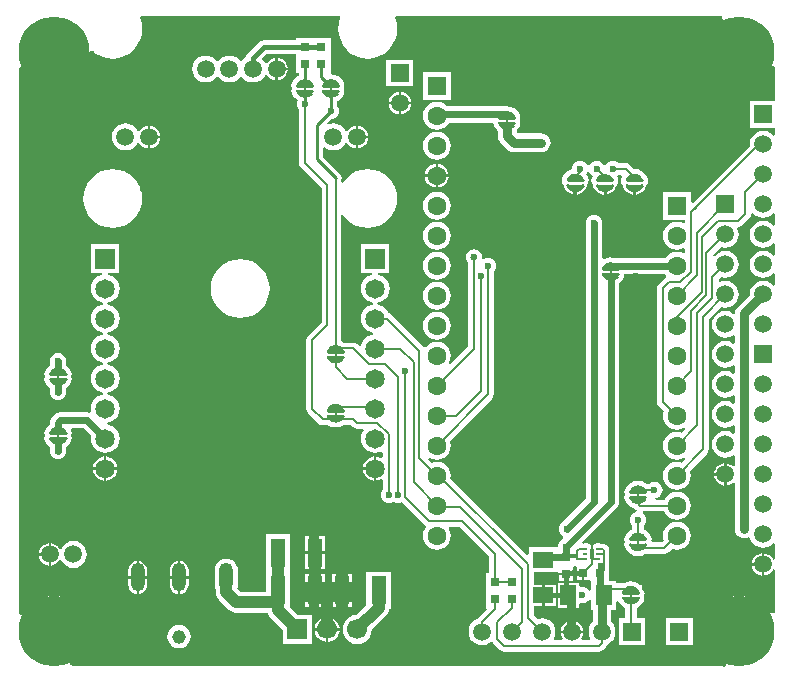
<source format=gbl>
G04 Layer_Physical_Order=2*
G04 Layer_Color=16711680*
%FSLAX25Y25*%
%MOIN*%
G70*
G01*
G75*
%ADD10C,0.01575*%
%ADD11R,0.02953X0.03150*%
%ADD13R,0.05906X0.05906*%
%ADD14R,0.03150X0.02953*%
%ADD15C,0.03937*%
%ADD16C,0.00787*%
%ADD17C,0.00800*%
%ADD18C,0.02362*%
%ADD21C,0.11811*%
%ADD22C,0.06299*%
%ADD23R,0.06299X0.06299*%
%ADD24C,0.05906*%
%ADD25C,0.06500*%
%ADD26R,0.06500X0.06500*%
%ADD27R,0.05906X0.05906*%
%ADD28O,0.04724X0.09449*%
%ADD29C,0.04528*%
%ADD30C,0.23622*%
%ADD31C,0.06693*%
%ADD32R,0.06693X0.06693*%
%ADD33C,0.02362*%
%ADD34C,0.00984*%
%ADD35C,0.01969*%
%ADD36O,0.01575X0.00787*%
%ADD37R,0.01181X0.03701*%
%ADD38R,0.05118X0.09449*%
%ADD39R,0.06693X0.05512*%
%ADD40R,0.05512X0.06693*%
%ADD41C,0.03150*%
%ADD42C,0.01181*%
%ADD43C,0.00591*%
%ADD44R,0.19291X0.06693*%
%ADD45R,0.03543X0.25590*%
%ADD46R,0.04331X0.11811*%
%ADD47R,0.04724X0.01575*%
%ADD48R,0.01969X0.03150*%
G36*
X236412Y217962D02*
X236389Y217953D01*
X234698Y216917D01*
X233190Y215629D01*
X231902Y214121D01*
X230866Y212430D01*
X230107Y210598D01*
X229644Y208670D01*
X229520Y207087D01*
X242126D01*
Y206693D01*
X242520D01*
Y194087D01*
X244103Y194211D01*
X246031Y194674D01*
X247863Y195433D01*
X249554Y196469D01*
X251062Y197757D01*
X252350Y199265D01*
X253386Y200956D01*
X253396Y200979D01*
X253975Y200864D01*
Y190279D01*
X245547D01*
Y181374D01*
X253975D01*
Y178931D01*
X253384Y178731D01*
X253176Y179002D01*
X252246Y179716D01*
X251162Y180165D01*
X250000Y180318D01*
X248838Y180165D01*
X247754Y179716D01*
X246824Y179002D01*
X246111Y178072D01*
X245662Y176989D01*
X245509Y175827D01*
X245558Y175454D01*
X226461Y156357D01*
X225870Y156601D01*
Y160098D01*
X216571D01*
Y150799D01*
X224054D01*
Y149794D01*
X223463Y149553D01*
X222434Y149979D01*
X221220Y150138D01*
X220007Y149979D01*
X218876Y149510D01*
X217904Y148765D01*
X217159Y147794D01*
X216690Y146663D01*
X216531Y145449D01*
X216690Y144235D01*
X217159Y143104D01*
X217904Y142133D01*
X218876Y141387D01*
X220007Y140919D01*
X221220Y140759D01*
X222434Y140919D01*
X223463Y141345D01*
X224054Y141104D01*
Y139794D01*
X223463Y139553D01*
X222434Y139979D01*
X221220Y140138D01*
X220007Y139979D01*
X218876Y139510D01*
X217904Y138765D01*
X217423Y138137D01*
X199476D01*
X199213Y138172D01*
X197999Y138012D01*
X196996Y137597D01*
X196405Y137853D01*
Y149606D01*
X196313Y150306D01*
X196043Y150958D01*
X195613Y151518D01*
X195053Y151948D01*
X194401Y152218D01*
X193701Y152311D01*
X193001Y152218D01*
X192349Y151948D01*
X191789Y151518D01*
X191359Y150958D01*
X191089Y150306D01*
X190997Y149606D01*
Y57813D01*
X182734Y49550D01*
X182304Y48990D01*
X182034Y48338D01*
X181988Y47988D01*
X181941Y47638D01*
X181988Y47288D01*
X182034Y46938D01*
X182304Y46286D01*
X182734Y45726D01*
X183216Y45356D01*
X183352Y45014D01*
X183411Y44716D01*
X182340Y43644D01*
X181910Y43084D01*
X181640Y42432D01*
X181594Y42082D01*
X181548Y41732D01*
X180963Y41658D01*
X171925D01*
Y39152D01*
X171380Y38926D01*
X145788Y64518D01*
X145910Y65449D01*
X145750Y66663D01*
X145282Y67794D01*
X144537Y68765D01*
X143565Y69510D01*
X142434Y69979D01*
X141220Y70139D01*
X140007Y69979D01*
X139599Y69810D01*
X138404Y71005D01*
X138794Y71450D01*
X138876Y71387D01*
X140007Y70919D01*
X141220Y70759D01*
X142434Y70919D01*
X143565Y71387D01*
X144537Y72133D01*
X145282Y73104D01*
X145750Y74235D01*
X145910Y75449D01*
X145750Y76663D01*
X145579Y77077D01*
X159633Y91131D01*
X160052Y91757D01*
X160198Y92496D01*
Y133545D01*
X160610Y134081D01*
X160880Y134733D01*
X160972Y135433D01*
X160880Y136133D01*
X160610Y136785D01*
X160180Y137345D01*
X159620Y137775D01*
X158968Y138045D01*
X158268Y138137D01*
X157568Y138045D01*
X156916Y137775D01*
X156774Y137667D01*
X156221Y137986D01*
X156248Y138189D01*
X156155Y138889D01*
X155885Y139541D01*
X155456Y140101D01*
X154895Y140531D01*
X154243Y140801D01*
X153543Y140893D01*
X152843Y140801D01*
X152191Y140531D01*
X151631Y140101D01*
X151201Y139541D01*
X150931Y138889D01*
X150866Y138397D01*
X150825Y138189D01*
X150866Y137981D01*
X150931Y137489D01*
X151201Y136837D01*
X151612Y136301D01*
Y108571D01*
X145634Y102593D01*
X145190Y102984D01*
X145282Y103104D01*
X145750Y104235D01*
X145910Y105449D01*
X145750Y106663D01*
X145282Y107794D01*
X144537Y108765D01*
X143565Y109510D01*
X142434Y109979D01*
X141220Y110138D01*
X140007Y109979D01*
X138876Y109510D01*
X137904Y108765D01*
X137514Y108256D01*
X136924Y108275D01*
X136803Y108456D01*
X126094Y119165D01*
X125466Y119585D01*
X125077Y119662D01*
X124858Y120191D01*
X124096Y121183D01*
X123104Y121944D01*
X121949Y122423D01*
X121383Y122497D01*
Y123093D01*
X121949Y123168D01*
X123104Y123646D01*
X124096Y124407D01*
X124858Y125400D01*
X125336Y126555D01*
X125500Y127795D01*
X125336Y129035D01*
X124858Y130191D01*
X124096Y131183D01*
X123104Y131944D01*
X121949Y132423D01*
X121708Y132455D01*
X121747Y133045D01*
X125459D01*
Y142545D01*
X115959D01*
Y133045D01*
X119671D01*
X119710Y132455D01*
X119469Y132423D01*
X118313Y131944D01*
X117321Y131183D01*
X116560Y130191D01*
X116081Y129035D01*
X115918Y127795D01*
X116081Y126555D01*
X116560Y125400D01*
X117321Y124407D01*
X118313Y123646D01*
X119469Y123168D01*
X120034Y123093D01*
Y122497D01*
X119469Y122423D01*
X118313Y121944D01*
X117321Y121183D01*
X116560Y120191D01*
X116081Y119035D01*
X115918Y117795D01*
X116081Y116555D01*
X116560Y115400D01*
X117321Y114408D01*
X118313Y113646D01*
X119469Y113168D01*
X120034Y113093D01*
Y112497D01*
X119469Y112423D01*
X118313Y111944D01*
X117321Y111183D01*
X116560Y110191D01*
X116081Y109035D01*
X116037Y108702D01*
X115478Y108512D01*
X114751Y109239D01*
X114125Y109658D01*
X113386Y109805D01*
X110060D01*
X109825Y109985D01*
X109411Y110156D01*
Y115748D01*
X109411Y115748D01*
Y152318D01*
X109984Y152462D01*
X110048Y152342D01*
X111268Y150855D01*
X112756Y149634D01*
X114453Y148727D01*
X116294Y148169D01*
X118209Y147980D01*
X120124Y148169D01*
X121965Y148727D01*
X123662Y149634D01*
X125149Y150855D01*
X126370Y152342D01*
X127277Y154039D01*
X127835Y155880D01*
X128024Y157795D01*
X127835Y159710D01*
X127277Y161551D01*
X126370Y163248D01*
X125149Y164735D01*
X123662Y165956D01*
X121965Y166863D01*
X120124Y167422D01*
X118209Y167610D01*
X116294Y167422D01*
X114453Y166863D01*
X112756Y165956D01*
X111268Y164735D01*
X110048Y163248D01*
X109984Y163129D01*
X109411Y163272D01*
Y164062D01*
X109511Y164567D01*
X109357Y165344D01*
X108917Y166003D01*
X103212Y171707D01*
Y174660D01*
X103803Y174952D01*
X104447Y174457D01*
X105531Y174008D01*
X106693Y173855D01*
X107855Y174008D01*
X108939Y174457D01*
X109869Y175171D01*
X110582Y176101D01*
X110731Y176460D01*
X110786D01*
X111346Y176400D01*
X111899Y175679D01*
X112681Y175079D01*
X113591Y174703D01*
X114173Y174626D01*
Y178346D01*
Y182067D01*
X113591Y181990D01*
X112681Y181614D01*
X111899Y181014D01*
X111346Y180292D01*
X110786Y180233D01*
X110731D01*
X110582Y180592D01*
X109869Y181522D01*
X108939Y182236D01*
X107855Y182685D01*
X106693Y182838D01*
X105531Y182685D01*
X105120Y182514D01*
X104785Y183015D01*
X106099Y184329D01*
X106605Y184396D01*
X107258Y184666D01*
X107818Y185096D01*
X108247Y185656D01*
X108518Y186308D01*
X108610Y187008D01*
X108518Y187708D01*
X108247Y188360D01*
X107937Y188765D01*
Y190279D01*
X108250Y190409D01*
X109222Y191154D01*
X109967Y192126D01*
X110196Y192677D01*
X110293Y192824D01*
X110448Y193601D01*
X110293Y194378D01*
X110220Y194488D01*
X110293Y194598D01*
X110448Y195375D01*
X110293Y196152D01*
X110196Y196299D01*
X109967Y196851D01*
X109222Y197822D01*
X108250Y198567D01*
X107119Y199036D01*
X106041Y199178D01*
X105849Y199637D01*
X105831Y199780D01*
Y205390D01*
Y211343D01*
X94169D01*
Y210600D01*
X83465D01*
X82572Y210422D01*
X81815Y209917D01*
X78272Y206374D01*
X77767Y205617D01*
X77609Y204822D01*
X76745Y204160D01*
X76356Y203653D01*
X75612D01*
X75223Y204160D01*
X74293Y204874D01*
X73210Y205322D01*
X72047Y205475D01*
X70885Y205322D01*
X69802Y204874D01*
X68871Y204160D01*
X68482Y203653D01*
X67738D01*
X67349Y204160D01*
X66419Y204874D01*
X65336Y205322D01*
X64173Y205475D01*
X63011Y205322D01*
X61928Y204874D01*
X60997Y204160D01*
X60284Y203230D01*
X59835Y202147D01*
X59682Y200984D01*
X59835Y199822D01*
X60284Y198739D01*
X60997Y197809D01*
X61928Y197095D01*
X63011Y196646D01*
X64173Y196493D01*
X65336Y196646D01*
X66419Y197095D01*
X67349Y197809D01*
X67738Y198316D01*
X68482D01*
X68871Y197809D01*
X69802Y197095D01*
X70885Y196646D01*
X72047Y196493D01*
X73210Y196646D01*
X74293Y197095D01*
X75223Y197809D01*
X75612Y198316D01*
X76356D01*
X76745Y197809D01*
X77676Y197095D01*
X78759Y196646D01*
X79921Y196493D01*
X81084Y196646D01*
X82167Y197095D01*
X83097Y197809D01*
X83811Y198739D01*
X83960Y199098D01*
X84015D01*
X84574Y199038D01*
X85128Y198317D01*
X85909Y197717D01*
X86819Y197340D01*
X87401Y197264D01*
Y200984D01*
Y204705D01*
X86819Y204628D01*
X85909Y204251D01*
X85128Y203652D01*
X84574Y202930D01*
X84015Y202870D01*
X83960D01*
X83811Y203230D01*
X83097Y204160D01*
X83070Y204575D01*
X84431Y205936D01*
X94169D01*
Y199681D01*
X95213D01*
Y198697D01*
X94899Y198567D01*
X93928Y197822D01*
X93183Y196851D01*
X92954Y196299D01*
X92856Y196152D01*
X92702Y195375D01*
X92856Y194598D01*
X92930Y194488D01*
X92856Y194378D01*
X92702Y193601D01*
X92856Y192824D01*
X92954Y192677D01*
X93183Y192126D01*
X93928Y191154D01*
X94803Y190483D01*
X94632Y190070D01*
X94540Y189370D01*
X94632Y188670D01*
X94902Y188018D01*
X95313Y187482D01*
Y169685D01*
X95460Y168946D01*
X95879Y168320D01*
X102794Y161405D01*
Y116548D01*
X98241Y111995D01*
X97822Y111369D01*
X97676Y110630D01*
Y87795D01*
X97822Y87056D01*
X98241Y86430D01*
X101784Y82887D01*
X102411Y82468D01*
X103150Y82321D01*
X104901D01*
X105136Y82141D01*
X106266Y81673D01*
X107480Y81513D01*
X108694Y81673D01*
X109825Y82141D01*
X110060Y82321D01*
X112586D01*
X113202Y81706D01*
X113828Y81287D01*
X114567Y81140D01*
X116620D01*
X116882Y80610D01*
X116560Y80191D01*
X116081Y79035D01*
X115918Y77795D01*
X116081Y76555D01*
X116560Y75400D01*
X117321Y74408D01*
X118313Y73646D01*
X119469Y73168D01*
X120709Y73004D01*
X121949Y73168D01*
X122676Y73469D01*
X123266Y73074D01*
Y71579D01*
X123209Y71551D01*
X122676Y71351D01*
X121763Y71729D01*
X121102Y71816D01*
Y67795D01*
Y63775D01*
X121763Y63862D01*
X122676Y64240D01*
X123209Y64040D01*
X123266Y64012D01*
Y60943D01*
X122855Y60407D01*
X122585Y59755D01*
X122493Y59055D01*
X122585Y58355D01*
X122855Y57703D01*
X123285Y57143D01*
X123845Y56713D01*
X124497Y56443D01*
X125197Y56351D01*
X125897Y56443D01*
X126549Y56713D01*
X126772Y56884D01*
X126994Y56713D01*
X127647Y56443D01*
X128347Y56351D01*
X129046Y56443D01*
X129581Y56665D01*
X137217Y49028D01*
X137446Y48876D01*
X137542Y48293D01*
X137159Y47794D01*
X136691Y46663D01*
X136531Y45449D01*
X136691Y44235D01*
X137159Y43104D01*
X137904Y42133D01*
X138876Y41387D01*
X140007Y40919D01*
X141220Y40759D01*
X142434Y40919D01*
X143565Y41387D01*
X144537Y42133D01*
X145282Y43104D01*
X145750Y44235D01*
X145910Y45449D01*
X145750Y46663D01*
X145282Y47794D01*
X145175Y47933D01*
X145436Y48463D01*
X148807D01*
X158699Y38570D01*
Y32996D01*
X157555D01*
Y27043D01*
Y21335D01*
X157596D01*
X157822Y20789D01*
X154934Y17901D01*
X154693Y17540D01*
X154054Y17275D01*
X153123Y16562D01*
X152410Y15631D01*
X151961Y14548D01*
X151808Y13386D01*
X151961Y12223D01*
X152410Y11140D01*
X153123Y10210D01*
X154054Y9496D01*
X155137Y9048D01*
X156299Y8895D01*
X157462Y9048D01*
X158545Y9496D01*
X159143Y9956D01*
X159890Y9874D01*
X159929Y9842D01*
X160052Y9658D01*
X162414Y7296D01*
X163041Y6878D01*
X163779Y6731D01*
X195276D01*
X196014Y6878D01*
X196641Y7296D01*
X197664Y8320D01*
X198083Y8946D01*
X198161Y9337D01*
X198545Y9496D01*
X199475Y10210D01*
X200189Y11140D01*
X200637Y12223D01*
X200790Y13386D01*
X200637Y14548D01*
X200189Y15631D01*
X199475Y16562D01*
X199400Y16619D01*
Y20744D01*
X201106D01*
Y23466D01*
X201697Y23583D01*
X201844Y23228D01*
X202589Y22257D01*
X203561Y21511D01*
X203975Y21340D01*
Y17839D01*
X201847D01*
Y8933D01*
X210752D01*
Y17839D01*
X207836D01*
Y21340D01*
X208250Y21511D01*
X209222Y22257D01*
X209967Y23228D01*
X210196Y23780D01*
X210293Y23926D01*
X210448Y24703D01*
X210293Y25481D01*
X210240Y25561D01*
X210282Y25684D01*
X210293Y25700D01*
X210301Y25737D01*
X210429Y26107D01*
X211005Y26252D01*
X211463Y25693D01*
X212483Y24857D01*
X213645Y24236D01*
X214907Y23853D01*
X215825Y23762D01*
Y30055D01*
X209532D01*
X209601Y29359D01*
X209045Y29060D01*
X208250Y29670D01*
X207119Y30138D01*
X205906Y30298D01*
X204692Y30138D01*
X203561Y29670D01*
X203326Y29490D01*
X201106D01*
Y30437D01*
X198744D01*
Y36146D01*
X198681D01*
Y40551D01*
X198541Y41252D01*
X198145Y41846D01*
X197751Y42239D01*
X197157Y42636D01*
X196457Y42775D01*
X195977D01*
X195472Y42876D01*
X194685D01*
X193946Y42729D01*
X193320Y42310D01*
X193231Y42178D01*
X192595D01*
X192507Y42310D01*
X191881Y42729D01*
X191142Y42876D01*
X190354D01*
X189981Y42801D01*
X189657Y43240D01*
X189636Y43292D01*
X201125Y54781D01*
X201125Y54781D01*
X201554Y55341D01*
X201825Y55993D01*
X201917Y56693D01*
X201917Y56693D01*
Y129661D01*
X202529Y130131D01*
X203274Y131102D01*
X203503Y131654D01*
X203600Y131800D01*
X203755Y132578D01*
X203879Y132729D01*
X217355D01*
X217769Y132272D01*
X217768Y132117D01*
X217687Y131732D01*
X217619Y131607D01*
X217139Y131287D01*
X215170Y129318D01*
X214752Y128692D01*
X214605Y127953D01*
Y90134D01*
X214752Y89395D01*
X215170Y88769D01*
X216862Y87077D01*
X216690Y86663D01*
X216531Y85449D01*
X216690Y84235D01*
X217159Y83104D01*
X217904Y82133D01*
X218876Y81387D01*
X220007Y80919D01*
X221220Y80759D01*
X222434Y80919D01*
X223565Y81387D01*
X223686Y81480D01*
X224076Y81035D01*
X222848Y79807D01*
X222434Y79979D01*
X221220Y80138D01*
X220007Y79979D01*
X218876Y79510D01*
X217904Y78765D01*
X217159Y77794D01*
X216690Y76663D01*
X216531Y75449D01*
X216690Y74235D01*
X217159Y73104D01*
X217904Y72133D01*
X218876Y71387D01*
X220007Y70919D01*
X221220Y70759D01*
X222434Y70919D01*
X223565Y71387D01*
X223686Y71480D01*
X224076Y71035D01*
X222848Y69807D01*
X222434Y69979D01*
X221220Y70139D01*
X220007Y69979D01*
X218876Y69510D01*
X217904Y68765D01*
X217159Y67794D01*
X216690Y66663D01*
X216531Y65449D01*
X216690Y64235D01*
X217159Y63104D01*
X217904Y62133D01*
X218876Y61387D01*
X220007Y60919D01*
X221220Y60759D01*
X222434Y60919D01*
X223565Y61387D01*
X224537Y62133D01*
X225282Y63104D01*
X225750Y64235D01*
X225910Y65449D01*
X225750Y66663D01*
X225579Y67077D01*
X231287Y72784D01*
X231705Y73411D01*
X231852Y74150D01*
Y117547D01*
X235924Y121619D01*
X236239Y121489D01*
X237402Y121336D01*
X238564Y121489D01*
X239647Y121937D01*
X240577Y122651D01*
X241291Y123581D01*
X241740Y124664D01*
X241893Y125827D01*
X241740Y126989D01*
X241291Y128072D01*
X240577Y129002D01*
X239647Y129716D01*
X238564Y130165D01*
X237402Y130318D01*
X236239Y130165D01*
X235665Y129927D01*
X235169Y130245D01*
X235128Y130823D01*
X235924Y131619D01*
X236239Y131489D01*
X237402Y131336D01*
X238564Y131489D01*
X239647Y131937D01*
X240577Y132651D01*
X241291Y133581D01*
X241740Y134664D01*
X241893Y135827D01*
X241740Y136989D01*
X241291Y138072D01*
X240577Y139003D01*
X239647Y139716D01*
X238564Y140165D01*
X237402Y140318D01*
X236239Y140165D01*
X235156Y139716D01*
X234226Y139003D01*
X233926Y138612D01*
X233291Y138755D01*
X233250Y138945D01*
X235924Y141619D01*
X236239Y141489D01*
X237402Y141336D01*
X238564Y141489D01*
X239647Y141937D01*
X240577Y142651D01*
X241291Y143581D01*
X241740Y144664D01*
X241893Y145827D01*
X241740Y146989D01*
X241374Y147872D01*
X241672Y148463D01*
X241732D01*
X242471Y148610D01*
X243098Y149028D01*
X245460Y151391D01*
X245878Y152017D01*
X246020Y152729D01*
X246095Y152776D01*
X246616Y152923D01*
X246824Y152651D01*
X247754Y151937D01*
X248838Y151489D01*
X250000Y151336D01*
X251162Y151489D01*
X252246Y151937D01*
X253176Y152651D01*
X253384Y152923D01*
X253975Y152722D01*
Y148931D01*
X253384Y148731D01*
X253176Y149003D01*
X252246Y149716D01*
X251162Y150165D01*
X250000Y150318D01*
X248838Y150165D01*
X247754Y149716D01*
X246824Y149003D01*
X246111Y148072D01*
X245662Y146989D01*
X245509Y145827D01*
X245662Y144664D01*
X246111Y143581D01*
X246824Y142651D01*
X247754Y141937D01*
X248838Y141489D01*
X250000Y141336D01*
X251162Y141489D01*
X252246Y141937D01*
X253176Y142651D01*
X253384Y142923D01*
X253975Y142722D01*
Y138931D01*
X253384Y138731D01*
X253176Y139003D01*
X252246Y139716D01*
X251162Y140165D01*
X250000Y140318D01*
X248838Y140165D01*
X247754Y139716D01*
X246824Y139003D01*
X246111Y138072D01*
X245662Y136989D01*
X245509Y135827D01*
X245662Y134664D01*
X246111Y133581D01*
X246824Y132651D01*
X247754Y131937D01*
X248838Y131489D01*
X250000Y131336D01*
X251162Y131489D01*
X252246Y131937D01*
X253176Y132651D01*
X253384Y132923D01*
X253975Y132722D01*
Y128931D01*
X253384Y128731D01*
X253176Y129002D01*
X252246Y129716D01*
X251162Y130165D01*
X250000Y130318D01*
X248838Y130165D01*
X247754Y129716D01*
X246824Y129002D01*
X246111Y128072D01*
X245662Y126989D01*
X245509Y125827D01*
X245521Y125734D01*
X241508Y121721D01*
X241015Y121078D01*
X240705Y120330D01*
X240624Y119711D01*
X240204Y119468D01*
X240009Y119439D01*
X239647Y119716D01*
X238564Y120165D01*
X237402Y120318D01*
X236239Y120165D01*
X235156Y119716D01*
X234226Y119002D01*
X233512Y118072D01*
X233063Y116989D01*
X232910Y115827D01*
X233063Y114664D01*
X233512Y113581D01*
X234226Y112651D01*
X235156Y111937D01*
X236239Y111489D01*
X237402Y111336D01*
X238564Y111489D01*
X239647Y111937D01*
X240009Y112215D01*
X240599Y111924D01*
Y109730D01*
X240009Y109439D01*
X239647Y109716D01*
X238564Y110165D01*
X237402Y110318D01*
X236239Y110165D01*
X235156Y109716D01*
X234226Y109002D01*
X233512Y108072D01*
X233063Y106989D01*
X232910Y105827D01*
X233063Y104664D01*
X233512Y103581D01*
X234226Y102651D01*
X235156Y101937D01*
X236239Y101489D01*
X237402Y101336D01*
X238564Y101489D01*
X239647Y101937D01*
X240009Y102215D01*
X240599Y101924D01*
Y99730D01*
X240009Y99439D01*
X239647Y99716D01*
X238564Y100165D01*
X237402Y100318D01*
X236239Y100165D01*
X235156Y99716D01*
X234226Y99002D01*
X233512Y98072D01*
X233063Y96989D01*
X232910Y95827D01*
X233063Y94664D01*
X233512Y93581D01*
X234226Y92651D01*
X235156Y91937D01*
X236239Y91489D01*
X237402Y91336D01*
X238564Y91489D01*
X239647Y91937D01*
X240009Y92215D01*
X240599Y91924D01*
Y89730D01*
X240009Y89439D01*
X239647Y89716D01*
X238564Y90165D01*
X237402Y90318D01*
X236239Y90165D01*
X235156Y89716D01*
X234226Y89003D01*
X233512Y88072D01*
X233063Y86989D01*
X232910Y85827D01*
X233063Y84664D01*
X233512Y83581D01*
X234226Y82651D01*
X235156Y81937D01*
X236239Y81489D01*
X237402Y81336D01*
X238564Y81489D01*
X239647Y81937D01*
X240009Y82215D01*
X240599Y81924D01*
Y79730D01*
X240009Y79439D01*
X239647Y79716D01*
X238564Y80165D01*
X237402Y80318D01*
X236239Y80165D01*
X235156Y79716D01*
X234226Y79002D01*
X233512Y78072D01*
X233063Y76989D01*
X232910Y75827D01*
X233063Y74664D01*
X233512Y73581D01*
X234226Y72651D01*
X235156Y71937D01*
X236239Y71489D01*
X237402Y71336D01*
X238564Y71489D01*
X239647Y71937D01*
X240009Y72215D01*
X240599Y71924D01*
Y68674D01*
X240540Y68654D01*
X240009Y68540D01*
X239288Y69094D01*
X238378Y69471D01*
X237795Y69547D01*
Y65827D01*
Y62106D01*
X238378Y62183D01*
X239288Y62560D01*
X240009Y63113D01*
X240540Y62999D01*
X240599Y62979D01*
Y47638D01*
X240705Y46835D01*
X241015Y46087D01*
X241508Y45445D01*
X242150Y44952D01*
X242898Y44642D01*
X243701Y44537D01*
X244503Y44642D01*
X245040Y44864D01*
X245536Y44705D01*
X245706Y44557D01*
X246111Y43581D01*
X246824Y42651D01*
X247754Y41937D01*
X248838Y41489D01*
X250000Y41336D01*
X251162Y41489D01*
X252246Y41937D01*
X253176Y42651D01*
X253384Y42923D01*
X253975Y42722D01*
Y37548D01*
X253384Y37430D01*
X253267Y37713D01*
X252667Y38494D01*
X251886Y39094D01*
X250976Y39471D01*
X250394Y39547D01*
Y35827D01*
Y32106D01*
X250976Y32183D01*
X251886Y32560D01*
X252667Y33159D01*
X253267Y33941D01*
X253384Y34223D01*
X253975Y34106D01*
Y19609D01*
X253396Y19494D01*
X253386Y19517D01*
X252350Y21208D01*
X251062Y22715D01*
X249554Y24003D01*
X247863Y25039D01*
X246031Y25798D01*
X244103Y26261D01*
X242520Y26386D01*
Y13780D01*
X242126D01*
Y13386D01*
X229520D01*
X229644Y11803D01*
X230107Y9874D01*
X230866Y8042D01*
X231902Y6352D01*
X233190Y4843D01*
X234698Y3556D01*
X236389Y2520D01*
X236412Y2510D01*
X236297Y1931D01*
X19609D01*
X19494Y2510D01*
X19517Y2520D01*
X21208Y3556D01*
X22715Y4843D01*
X24003Y6352D01*
X25039Y8042D01*
X25798Y9874D01*
X26261Y11803D01*
X26386Y13386D01*
X13780D01*
Y13780D01*
X13386D01*
Y26386D01*
X11803Y26261D01*
X9874Y25798D01*
X8042Y25039D01*
X6352Y24003D01*
X4843Y22715D01*
X3556Y21208D01*
X2520Y19517D01*
X2510Y19494D01*
X1931Y19609D01*
Y200864D01*
X2510Y200979D01*
X2520Y200956D01*
X3556Y199265D01*
X4843Y197757D01*
X6352Y196469D01*
X8042Y195433D01*
X9874Y194674D01*
X11803Y194211D01*
X13386Y194087D01*
Y206693D01*
X14173D01*
Y194087D01*
X15756Y194211D01*
X17685Y194674D01*
X19517Y195433D01*
X21208Y196469D01*
X22715Y197757D01*
X24003Y199265D01*
X25039Y200956D01*
X25798Y202788D01*
X26261Y204716D01*
X26400Y206479D01*
X26962Y206782D01*
X27756Y206131D01*
X29453Y205223D01*
X31294Y204665D01*
X33209Y204476D01*
X35124Y204665D01*
X36965Y205223D01*
X38662Y206131D01*
X40149Y207351D01*
X41370Y208838D01*
X42276Y210535D01*
X42835Y212376D01*
X43024Y214291D01*
X42835Y216206D01*
X42306Y217951D01*
X42577Y218542D01*
X108841D01*
X109112Y217951D01*
X108582Y216206D01*
X108394Y214291D01*
X108582Y212376D01*
X109141Y210535D01*
X110048Y208838D01*
X111268Y207351D01*
X112756Y206131D01*
X114453Y205223D01*
X116294Y204665D01*
X118209Y204476D01*
X120124Y204665D01*
X121965Y205223D01*
X123662Y206131D01*
X125149Y207351D01*
X126370Y208838D01*
X127277Y210535D01*
X127835Y212376D01*
X128024Y214291D01*
X127835Y216206D01*
X127306Y217951D01*
X127577Y218542D01*
X236297D01*
X236412Y217962D01*
D02*
G37*
G36*
X187205Y35311D02*
X187327Y35311D01*
X187795Y35016D01*
Y33465D01*
X190059D01*
Y33071D01*
X190453D01*
Y30709D01*
X192116D01*
X192421Y30535D01*
X192595Y30231D01*
Y27227D01*
X192004Y27075D01*
X191676Y27503D01*
X191116Y27933D01*
X190464Y28203D01*
X189764Y28295D01*
X189173Y28217D01*
X188640Y28486D01*
X188583Y28524D01*
Y29724D01*
X185433D01*
Y25591D01*
Y21457D01*
X188583D01*
Y22657D01*
X188640Y22695D01*
X189173Y22964D01*
X189764Y22886D01*
X190464Y22978D01*
X191116Y23249D01*
X191676Y23678D01*
X192004Y24106D01*
X192595Y23955D01*
Y20744D01*
X193198D01*
Y16619D01*
X193123Y16562D01*
X192410Y15631D01*
X191961Y14548D01*
X191808Y13386D01*
X191961Y12223D01*
X192410Y11140D01*
X192424Y11122D01*
X192163Y10592D01*
X189614D01*
X189323Y11183D01*
X189566Y11500D01*
X189943Y12410D01*
X190020Y12992D01*
X182579D01*
X182655Y12410D01*
X183032Y11500D01*
X183275Y11183D01*
X182984Y10592D01*
X180436D01*
X180175Y11122D01*
X180189Y11140D01*
X180637Y12223D01*
X180790Y13386D01*
X180637Y14548D01*
X180189Y15631D01*
X179475Y16562D01*
X178545Y17275D01*
X177462Y17724D01*
X176299Y17877D01*
X175137Y17724D01*
X174822Y17594D01*
X173584Y18831D01*
Y22047D01*
X176378D01*
Y25591D01*
Y29134D01*
X173584D01*
Y33146D01*
X181299D01*
X181618Y33146D01*
X181717Y32972D01*
X186614D01*
Y34721D01*
X186614Y34843D01*
X186909Y35311D01*
X187205D01*
D02*
G37*
%LPC*%
G36*
X216613Y217134D02*
Y210842D01*
X222905D01*
X222815Y211760D01*
X222432Y213022D01*
X221811Y214184D01*
X220974Y215203D01*
X219955Y216040D01*
X218793Y216661D01*
X217531Y217044D01*
X216613Y217134D01*
D02*
G37*
G36*
X146613D02*
Y210842D01*
X152905D01*
X152815Y211760D01*
X152432Y213022D01*
X151811Y214184D01*
X150974Y215203D01*
X149955Y216040D01*
X148793Y216661D01*
X147531Y217044D01*
X146613Y217134D01*
D02*
G37*
G36*
X215825D02*
X214907Y217044D01*
X213645Y216661D01*
X212483Y216040D01*
X211463Y215203D01*
X210627Y214184D01*
X210005Y213022D01*
X209623Y211760D01*
X209532Y210842D01*
X215825D01*
Y217134D01*
D02*
G37*
G36*
X145825D02*
X144907Y217044D01*
X143645Y216661D01*
X142482Y216040D01*
X141463Y215203D01*
X140627Y214184D01*
X140006Y213022D01*
X139623Y211760D01*
X139532Y210842D01*
X145825D01*
Y217134D01*
D02*
G37*
G36*
X222905Y210054D02*
X216613D01*
Y203762D01*
X217531Y203852D01*
X218793Y204235D01*
X219955Y204856D01*
X220974Y205693D01*
X221811Y206712D01*
X222432Y207874D01*
X222815Y209136D01*
X222905Y210054D01*
D02*
G37*
G36*
X152905D02*
X146613D01*
Y203762D01*
X147531Y203852D01*
X148793Y204235D01*
X149955Y204856D01*
X150974Y205693D01*
X151811Y206712D01*
X152432Y207874D01*
X152815Y209136D01*
X152905Y210054D01*
D02*
G37*
G36*
X215825D02*
X209532D01*
X209623Y209136D01*
X210005Y207874D01*
X210627Y206712D01*
X211463Y205693D01*
X212483Y204856D01*
X213645Y204235D01*
X214907Y203852D01*
X215825Y203762D01*
Y210054D01*
D02*
G37*
G36*
X145825D02*
X139532D01*
X139623Y209136D01*
X140006Y207874D01*
X140627Y206712D01*
X141463Y205693D01*
X142482Y204856D01*
X143645Y204235D01*
X144907Y203852D01*
X145825Y203762D01*
Y210054D01*
D02*
G37*
G36*
X88189Y204705D02*
Y201378D01*
X91516D01*
X91439Y201961D01*
X91062Y202870D01*
X90463Y203652D01*
X89682Y204251D01*
X88772Y204628D01*
X88189Y204705D01*
D02*
G37*
G36*
X91516Y200590D02*
X88189D01*
Y197264D01*
X88772Y197340D01*
X89682Y197717D01*
X90463Y198317D01*
X91062Y199098D01*
X91439Y200008D01*
X91516Y200590D01*
D02*
G37*
G36*
X133350Y204059D02*
X124445D01*
Y195153D01*
X133350D01*
Y204059D01*
D02*
G37*
G36*
X241732Y206299D02*
X229520D01*
X229644Y204716D01*
X230107Y202788D01*
X230866Y200956D01*
X231902Y199265D01*
X233190Y197757D01*
X234698Y196469D01*
X236389Y195433D01*
X238221Y194674D01*
X240149Y194211D01*
X241732Y194087D01*
Y206299D01*
D02*
G37*
G36*
X145870Y200098D02*
X136571D01*
Y190799D01*
X145870D01*
Y200098D01*
D02*
G37*
G36*
X129291Y193327D02*
Y190000D01*
X132618D01*
X132542Y190583D01*
X132165Y191492D01*
X131565Y192274D01*
X130784Y192873D01*
X129874Y193250D01*
X129291Y193327D01*
D02*
G37*
G36*
X128504D02*
X127921Y193250D01*
X127011Y192873D01*
X126230Y192274D01*
X125631Y191492D01*
X125254Y190583D01*
X125177Y190000D01*
X128504D01*
Y193327D01*
D02*
G37*
G36*
X132618Y189213D02*
X129291D01*
Y185886D01*
X129874Y185962D01*
X130784Y186339D01*
X131565Y186939D01*
X132165Y187720D01*
X132542Y188630D01*
X132618Y189213D01*
D02*
G37*
G36*
X128504D02*
X125177D01*
X125254Y188630D01*
X125631Y187720D01*
X126230Y186939D01*
X127011Y186339D01*
X127921Y185962D01*
X128504Y185886D01*
Y189213D01*
D02*
G37*
G36*
X114961Y182067D02*
Y178740D01*
X118288D01*
X118211Y179323D01*
X117834Y180233D01*
X117234Y181014D01*
X116453Y181614D01*
X115543Y181990D01*
X114961Y182067D01*
D02*
G37*
G36*
X45669D02*
Y178740D01*
X48996D01*
X48919Y179323D01*
X48543Y180233D01*
X47943Y181014D01*
X47162Y181614D01*
X46252Y181990D01*
X45669Y182067D01*
D02*
G37*
G36*
X37402Y182838D02*
X36239Y182685D01*
X35156Y182236D01*
X34226Y181522D01*
X33512Y180592D01*
X33063Y179509D01*
X32910Y178347D01*
X33063Y177184D01*
X33512Y176101D01*
X34226Y175171D01*
X35156Y174457D01*
X36239Y174008D01*
X37402Y173855D01*
X38564Y174008D01*
X39647Y174457D01*
X40577Y175171D01*
X41291Y176101D01*
X41440Y176460D01*
X41495D01*
X42054Y176400D01*
X42608Y175679D01*
X43389Y175079D01*
X44299Y174703D01*
X44882Y174626D01*
Y178346D01*
Y182067D01*
X44299Y181990D01*
X43389Y181614D01*
X42608Y181014D01*
X42054Y180292D01*
X41495Y180233D01*
X41440D01*
X41291Y180592D01*
X40577Y181522D01*
X39647Y182236D01*
X38564Y182685D01*
X37402Y182838D01*
D02*
G37*
G36*
X118288Y177953D02*
X114961D01*
Y174626D01*
X115543Y174703D01*
X116453Y175079D01*
X117234Y175679D01*
X117834Y176460D01*
X118211Y177370D01*
X118288Y177953D01*
D02*
G37*
G36*
X48996Y177953D02*
X45669D01*
Y174626D01*
X46252Y174703D01*
X47162Y175079D01*
X47943Y175679D01*
X48543Y176460D01*
X48919Y177370D01*
X48996Y177953D01*
D02*
G37*
G36*
X141220Y190138D02*
X140007Y189979D01*
X138876Y189510D01*
X137904Y188765D01*
X137159Y187794D01*
X136691Y186663D01*
X136531Y185449D01*
X136691Y184235D01*
X137159Y183104D01*
X137904Y182133D01*
X138876Y181387D01*
X140007Y180919D01*
X141220Y180759D01*
X142434Y180919D01*
X143565Y181387D01*
X144537Y182133D01*
X145282Y183104D01*
X145290Y183123D01*
X159900D01*
X160024Y182971D01*
X160179Y182194D01*
X160277Y182048D01*
X160505Y181496D01*
X161251Y180524D01*
X161466Y180360D01*
Y178740D01*
X161571Y177937D01*
X161700Y177628D01*
X161881Y177190D01*
X162374Y176547D01*
X164736Y174185D01*
X165378Y173692D01*
X166126Y173382D01*
X166929Y173277D01*
X176063D01*
X176866Y173382D01*
X177614Y173692D01*
X178256Y174185D01*
X178749Y174827D01*
X179059Y175575D01*
X179164Y176378D01*
X179059Y177181D01*
X178749Y177929D01*
X178256Y178571D01*
X177614Y179064D01*
X176866Y179374D01*
X176063Y179479D01*
X168281D01*
X167853Y179921D01*
X167883Y180524D01*
X168628Y181496D01*
X168857Y182048D01*
X168955Y182194D01*
X169109Y182971D01*
X168955Y183748D01*
X168881Y183858D01*
X168955Y183968D01*
X169109Y184745D01*
X168955Y185523D01*
X168857Y185669D01*
X168628Y186221D01*
X167883Y187192D01*
X166912Y187937D01*
X165781Y188406D01*
X164567Y188566D01*
X164303Y188531D01*
X144716D01*
X144537Y188765D01*
X143565Y189510D01*
X142434Y189979D01*
X141220Y190138D01*
D02*
G37*
G36*
Y180139D02*
X140007Y179979D01*
X138876Y179510D01*
X137904Y178765D01*
X137159Y177794D01*
X136691Y176663D01*
X136531Y175449D01*
X136691Y174235D01*
X137159Y173104D01*
X137904Y172133D01*
X138876Y171387D01*
X140007Y170919D01*
X141220Y170759D01*
X142434Y170919D01*
X143565Y171387D01*
X144537Y172133D01*
X145282Y173104D01*
X145750Y174235D01*
X145910Y175449D01*
X145750Y176663D01*
X145282Y177794D01*
X144537Y178765D01*
X143565Y179510D01*
X142434Y179979D01*
X141220Y180139D01*
D02*
G37*
G36*
X200000Y170421D02*
X199300Y170329D01*
X198648Y170059D01*
X198088Y169629D01*
X197658Y169069D01*
X197564Y168841D01*
X196924D01*
X196830Y169069D01*
X196400Y169629D01*
X195840Y170059D01*
X195188Y170329D01*
X194488Y170421D01*
X193788Y170329D01*
X193136Y170059D01*
X192576Y169629D01*
X192146Y169069D01*
X192052Y168841D01*
X191413D01*
X191318Y169069D01*
X190889Y169629D01*
X190329Y170059D01*
X189676Y170329D01*
X188976Y170421D01*
X188277Y170329D01*
X187624Y170059D01*
X187064Y169629D01*
X186634Y169069D01*
X186364Y168417D01*
X186272Y167717D01*
X186294Y167554D01*
X186188Y167540D01*
X185057Y167071D01*
X184085Y166326D01*
X183340Y165355D01*
X183112Y164803D01*
X183014Y164656D01*
X182859Y163879D01*
X183014Y163102D01*
X183454Y162443D01*
X183503Y162410D01*
X183616Y161844D01*
X183913Y161127D01*
X184344Y160482D01*
X184892Y159934D01*
X185537Y159503D01*
X186253Y159206D01*
X187014Y159055D01*
X187789D01*
X188550Y159206D01*
X189266Y159503D01*
X189911Y159934D01*
X190460Y160482D01*
X190891Y161127D01*
X191187Y161844D01*
X191300Y162410D01*
X191349Y162443D01*
X191789Y163102D01*
X191944Y163879D01*
X191789Y164656D01*
X191692Y164803D01*
X191463Y165355D01*
X191003Y165954D01*
X191318Y166364D01*
X191413Y166592D01*
X192052D01*
X192146Y166364D01*
X192576Y165804D01*
X193136Y165375D01*
X192957Y164810D01*
X192954Y164803D01*
X192856Y164656D01*
X192702Y163879D01*
X192856Y163102D01*
X193297Y162443D01*
X193346Y162410D01*
X193458Y161844D01*
X193755Y161127D01*
X194186Y160482D01*
X194734Y159934D01*
X195379Y159503D01*
X196096Y159206D01*
X196856Y159055D01*
X197632D01*
X198392Y159206D01*
X199109Y159503D01*
X199754Y159934D01*
X200302Y160482D01*
X200733Y161127D01*
X201030Y161844D01*
X201143Y162410D01*
X201192Y162443D01*
X201632Y163102D01*
X201786Y163879D01*
X201632Y164656D01*
X201534Y164803D01*
X201531Y164810D01*
X201352Y165375D01*
X201888Y165786D01*
X202685D01*
X202959Y165195D01*
X202797Y164803D01*
X202699Y164656D01*
X202544Y163879D01*
X202699Y163102D01*
X203139Y162443D01*
X203188Y162410D01*
X203301Y161844D01*
X203598Y161127D01*
X204029Y160482D01*
X204577Y159934D01*
X205222Y159503D01*
X205938Y159206D01*
X206699Y159055D01*
X207474D01*
X208235Y159206D01*
X208951Y159503D01*
X209596Y159934D01*
X210145Y160482D01*
X210576Y161127D01*
X210872Y161844D01*
X210985Y162410D01*
X211034Y162443D01*
X211474Y163102D01*
X211629Y163879D01*
X211474Y164656D01*
X211377Y164803D01*
X211148Y165355D01*
X210403Y166326D01*
X209432Y167071D01*
X208300Y167540D01*
X207087Y167700D01*
X207079Y167699D01*
X205696Y169082D01*
X205070Y169500D01*
X204331Y169647D01*
X201888D01*
X201352Y170059D01*
X200700Y170329D01*
X200000Y170421D01*
D02*
G37*
G36*
X141614Y169368D02*
Y165843D01*
X145140D01*
X145056Y166477D01*
X144659Y167434D01*
X144028Y168257D01*
X143206Y168888D01*
X142248Y169284D01*
X141614Y169368D01*
D02*
G37*
G36*
X140827Y169368D02*
X140193Y169284D01*
X139235Y168888D01*
X138413Y168257D01*
X137782Y167434D01*
X137385Y166477D01*
X137301Y165843D01*
X140827D01*
Y169368D01*
D02*
G37*
G36*
Y165055D02*
X137301D01*
X137385Y164421D01*
X137782Y163463D01*
X138413Y162641D01*
X139235Y162010D01*
X140193Y161613D01*
X140827Y161530D01*
Y165055D01*
D02*
G37*
G36*
X145140D02*
X141614D01*
Y161530D01*
X142248Y161613D01*
X143206Y162010D01*
X144028Y162641D01*
X144659Y163463D01*
X145056Y164421D01*
X145140Y165055D01*
D02*
G37*
G36*
X141220Y160138D02*
X140007Y159979D01*
X138876Y159510D01*
X137904Y158765D01*
X137159Y157794D01*
X136691Y156663D01*
X136531Y155449D01*
X136691Y154235D01*
X137159Y153104D01*
X137904Y152133D01*
X138876Y151387D01*
X140007Y150919D01*
X141220Y150759D01*
X142434Y150919D01*
X143565Y151387D01*
X144537Y152133D01*
X145282Y153104D01*
X145750Y154235D01*
X145910Y155449D01*
X145750Y156663D01*
X145282Y157794D01*
X144537Y158765D01*
X143565Y159510D01*
X142434Y159979D01*
X141220Y160138D01*
D02*
G37*
G36*
X33209Y167610D02*
X31294Y167422D01*
X29453Y166863D01*
X27756Y165956D01*
X26268Y164735D01*
X25048Y163248D01*
X24141Y161551D01*
X23582Y159710D01*
X23394Y157795D01*
X23582Y155880D01*
X24141Y154039D01*
X25048Y152342D01*
X26268Y150855D01*
X27756Y149634D01*
X29453Y148727D01*
X31294Y148169D01*
X33209Y147980D01*
X35124Y148169D01*
X36965Y148727D01*
X38662Y149634D01*
X40149Y150855D01*
X41370Y152342D01*
X42276Y154039D01*
X42835Y155880D01*
X43024Y157795D01*
X42835Y159710D01*
X42276Y161551D01*
X41370Y163248D01*
X40149Y164735D01*
X38662Y165956D01*
X36965Y166863D01*
X35124Y167422D01*
X33209Y167610D01*
D02*
G37*
G36*
X141220Y150138D02*
X140007Y149979D01*
X138876Y149510D01*
X137904Y148765D01*
X137159Y147794D01*
X136691Y146663D01*
X136531Y145449D01*
X136691Y144235D01*
X137159Y143104D01*
X137904Y142133D01*
X138876Y141387D01*
X140007Y140919D01*
X141220Y140759D01*
X142434Y140919D01*
X143565Y141387D01*
X144537Y142133D01*
X145282Y143104D01*
X145750Y144235D01*
X145910Y145449D01*
X145750Y146663D01*
X145282Y147794D01*
X144537Y148765D01*
X143565Y149510D01*
X142434Y149979D01*
X141220Y150138D01*
D02*
G37*
G36*
Y140138D02*
X140007Y139979D01*
X138876Y139510D01*
X137904Y138765D01*
X137159Y137794D01*
X136691Y136663D01*
X136531Y135449D01*
X136691Y134235D01*
X137159Y133104D01*
X137904Y132133D01*
X138876Y131387D01*
X140007Y130919D01*
X141220Y130759D01*
X142434Y130919D01*
X143565Y131387D01*
X144537Y132133D01*
X145282Y133104D01*
X145750Y134235D01*
X145910Y135449D01*
X145750Y136663D01*
X145282Y137794D01*
X144537Y138765D01*
X143565Y139510D01*
X142434Y139979D01*
X141220Y140138D01*
D02*
G37*
G36*
Y130139D02*
X140007Y129979D01*
X138876Y129510D01*
X137904Y128765D01*
X137159Y127794D01*
X136691Y126663D01*
X136531Y125449D01*
X136691Y124235D01*
X137159Y123104D01*
X137904Y122133D01*
X138876Y121387D01*
X140007Y120919D01*
X141220Y120759D01*
X142434Y120919D01*
X143565Y121387D01*
X144537Y122133D01*
X145282Y123104D01*
X145750Y124235D01*
X145910Y125449D01*
X145750Y126663D01*
X145282Y127794D01*
X144537Y128765D01*
X143565Y129510D01*
X142434Y129979D01*
X141220Y130139D01*
D02*
G37*
G36*
X75709Y137610D02*
X73794Y137422D01*
X71953Y136863D01*
X70256Y135956D01*
X68768Y134736D01*
X67548Y133248D01*
X66641Y131551D01*
X66082Y129710D01*
X65894Y127795D01*
X66082Y125881D01*
X66641Y124039D01*
X67548Y122342D01*
X68768Y120855D01*
X70256Y119634D01*
X71953Y118727D01*
X73794Y118169D01*
X75709Y117980D01*
X77623Y118169D01*
X79465Y118727D01*
X81162Y119634D01*
X82649Y120855D01*
X83869Y122342D01*
X84777Y124039D01*
X85335Y125881D01*
X85524Y127795D01*
X85335Y129710D01*
X84777Y131551D01*
X83869Y133248D01*
X82649Y134736D01*
X81162Y135956D01*
X79465Y136863D01*
X77623Y137422D01*
X75709Y137610D01*
D02*
G37*
G36*
X141220Y120139D02*
X140007Y119979D01*
X138876Y119510D01*
X137904Y118765D01*
X137159Y117794D01*
X136691Y116663D01*
X136531Y115449D01*
X136691Y114235D01*
X137159Y113104D01*
X137904Y112133D01*
X138876Y111387D01*
X140007Y110919D01*
X141220Y110759D01*
X142434Y110919D01*
X143565Y111387D01*
X144537Y112133D01*
X145282Y113104D01*
X145750Y114235D01*
X145910Y115449D01*
X145750Y116663D01*
X145282Y117794D01*
X144537Y118765D01*
X143565Y119510D01*
X142434Y119979D01*
X141220Y120139D01*
D02*
G37*
G36*
X14961Y106248D02*
X14261Y106155D01*
X13609Y105885D01*
X13048Y105456D01*
X12619Y104895D01*
X12348Y104243D01*
X12256Y103543D01*
Y102229D01*
X11644Y101759D01*
X10899Y100788D01*
X10671Y100236D01*
X10573Y100090D01*
X10418Y99312D01*
X10573Y98535D01*
X10646Y98425D01*
X10573Y98316D01*
X10418Y97538D01*
X10573Y96761D01*
X10671Y96615D01*
X10899Y96063D01*
X11644Y95091D01*
X12256Y94622D01*
Y93307D01*
X12348Y92607D01*
X12619Y91955D01*
X13048Y91395D01*
X13609Y90965D01*
X14261Y90695D01*
X14961Y90603D01*
X15661Y90695D01*
X16313Y90965D01*
X16873Y91395D01*
X17303Y91955D01*
X17573Y92607D01*
X17665Y93307D01*
Y94622D01*
X18277Y95091D01*
X19022Y96063D01*
X19251Y96615D01*
X19348Y96761D01*
X19503Y97538D01*
X19348Y98316D01*
X19275Y98425D01*
X19348Y98535D01*
X19503Y99312D01*
X19348Y100090D01*
X19251Y100236D01*
X19022Y100788D01*
X18277Y101759D01*
X17665Y102229D01*
Y103543D01*
X17573Y104243D01*
X17303Y104895D01*
X16873Y105456D01*
X16313Y105885D01*
X15661Y106155D01*
X14961Y106248D01*
D02*
G37*
G36*
X35459Y142545D02*
X25959D01*
Y133045D01*
X29671D01*
X29710Y132455D01*
X29469Y132423D01*
X28313Y131944D01*
X27321Y131183D01*
X26559Y130191D01*
X26081Y129035D01*
X25918Y127795D01*
X26081Y126555D01*
X26559Y125400D01*
X27321Y124407D01*
X28313Y123646D01*
X29469Y123168D01*
X30034Y123093D01*
Y122497D01*
X29469Y122423D01*
X28313Y121944D01*
X27321Y121183D01*
X26559Y120191D01*
X26081Y119035D01*
X25918Y117795D01*
X26081Y116555D01*
X26559Y115400D01*
X27321Y114408D01*
X28313Y113646D01*
X29469Y113168D01*
X30034Y113093D01*
Y112497D01*
X29469Y112423D01*
X28313Y111944D01*
X27321Y111183D01*
X26559Y110191D01*
X26081Y109035D01*
X25918Y107795D01*
X26081Y106555D01*
X26559Y105400D01*
X27321Y104408D01*
X28313Y103646D01*
X29469Y103167D01*
X30034Y103093D01*
Y102497D01*
X29469Y102423D01*
X28313Y101944D01*
X27321Y101183D01*
X26559Y100191D01*
X26081Y99035D01*
X25918Y97795D01*
X26081Y96555D01*
X26559Y95400D01*
X27321Y94407D01*
X28313Y93646D01*
X29469Y93168D01*
X30034Y93093D01*
Y92497D01*
X29469Y92423D01*
X28313Y91944D01*
X27321Y91183D01*
X26559Y90191D01*
X26081Y89035D01*
X25918Y87795D01*
X26046Y86819D01*
X25565Y86401D01*
X25535Y86392D01*
X25346Y86470D01*
X24996Y86516D01*
X24646Y86563D01*
X24646Y86563D01*
X15748D01*
X15748Y86563D01*
X15048Y86470D01*
X14396Y86200D01*
X13836Y85770D01*
X13836Y85770D01*
X13048Y84983D01*
X12619Y84423D01*
X12348Y83771D01*
X12303Y83421D01*
X12256Y83071D01*
X12256Y83071D01*
Y82543D01*
X11644Y82074D01*
X10899Y81103D01*
X10671Y80551D01*
X10573Y80405D01*
X10418Y79627D01*
X10573Y78850D01*
X10646Y78740D01*
X10573Y78630D01*
X10418Y77853D01*
X10573Y77076D01*
X10671Y76929D01*
X10899Y76378D01*
X11644Y75406D01*
X12256Y74937D01*
Y73622D01*
X12348Y72922D01*
X12619Y72270D01*
X13048Y71710D01*
X13609Y71280D01*
X14261Y71010D01*
X14961Y70918D01*
X15661Y71010D01*
X16313Y71280D01*
X16873Y71710D01*
X17303Y72270D01*
X17573Y72922D01*
X17665Y73622D01*
Y74937D01*
X18277Y75406D01*
X19022Y76378D01*
X19251Y76929D01*
X19348Y77076D01*
X19503Y77853D01*
X19348Y78630D01*
X19275Y78740D01*
X19348Y78850D01*
X19503Y79627D01*
X19348Y80405D01*
X19251Y80551D01*
X19245Y80563D01*
X19640Y81154D01*
X23526D01*
X26030Y78649D01*
X25918Y77795D01*
X26081Y76555D01*
X26559Y75400D01*
X27321Y74408D01*
X28313Y73646D01*
X29469Y73168D01*
X30709Y73004D01*
X31949Y73168D01*
X33104Y73646D01*
X34096Y74408D01*
X34858Y75400D01*
X35336Y76555D01*
X35500Y77795D01*
X35336Y79035D01*
X34858Y80191D01*
X34096Y81183D01*
X33104Y81944D01*
X31949Y82423D01*
X31383Y82498D01*
Y83093D01*
X31949Y83167D01*
X33104Y83646D01*
X34096Y84408D01*
X34858Y85400D01*
X35336Y86555D01*
X35500Y87795D01*
X35336Y89035D01*
X34858Y90191D01*
X34096Y91183D01*
X33104Y91944D01*
X31949Y92423D01*
X31383Y92497D01*
Y93093D01*
X31949Y93168D01*
X33104Y93646D01*
X34096Y94407D01*
X34858Y95400D01*
X35336Y96555D01*
X35500Y97795D01*
X35336Y99035D01*
X34858Y100191D01*
X34096Y101183D01*
X33104Y101944D01*
X31949Y102423D01*
X31383Y102497D01*
Y103093D01*
X31949Y103167D01*
X33104Y103646D01*
X34096Y104408D01*
X34858Y105400D01*
X35336Y106555D01*
X35500Y107795D01*
X35336Y109035D01*
X34858Y110191D01*
X34096Y111183D01*
X33104Y111944D01*
X31949Y112423D01*
X31383Y112497D01*
Y113093D01*
X31949Y113168D01*
X33104Y113646D01*
X34096Y114408D01*
X34858Y115400D01*
X35336Y116555D01*
X35500Y117795D01*
X35336Y119035D01*
X34858Y120191D01*
X34096Y121183D01*
X33104Y121944D01*
X31949Y122423D01*
X31383Y122497D01*
Y123093D01*
X31949Y123168D01*
X33104Y123646D01*
X34096Y124407D01*
X34858Y125400D01*
X35336Y126555D01*
X35500Y127795D01*
X35336Y129035D01*
X34858Y130191D01*
X34096Y131183D01*
X33104Y131944D01*
X31949Y132423D01*
X31708Y132455D01*
X31747Y133045D01*
X35459D01*
Y142545D01*
D02*
G37*
G36*
X31102Y71816D02*
Y68189D01*
X34729D01*
X34642Y68849D01*
X34235Y69831D01*
X33588Y70675D01*
X32745Y71322D01*
X31763Y71729D01*
X31102Y71816D01*
D02*
G37*
G36*
X120315Y71816D02*
X119655Y71729D01*
X118673Y71322D01*
X117829Y70675D01*
X117182Y69831D01*
X116775Y68849D01*
X116688Y68189D01*
X120315D01*
Y71816D01*
D02*
G37*
G36*
X30315D02*
X29655Y71729D01*
X28673Y71322D01*
X27829Y70675D01*
X27182Y69831D01*
X26775Y68849D01*
X26688Y68189D01*
X30315D01*
Y71816D01*
D02*
G37*
G36*
X237008Y69547D02*
X236425Y69471D01*
X235515Y69094D01*
X234734Y68494D01*
X234135Y67713D01*
X233758Y66803D01*
X233681Y66220D01*
X237008D01*
Y69547D01*
D02*
G37*
G36*
X34729Y67402D02*
X31102D01*
Y63775D01*
X31763Y63862D01*
X32745Y64269D01*
X33588Y64916D01*
X34235Y65759D01*
X34642Y66741D01*
X34729Y67402D01*
D02*
G37*
G36*
X120315D02*
X116688D01*
X116775Y66741D01*
X117182Y65759D01*
X117829Y64916D01*
X118673Y64269D01*
X119655Y63862D01*
X120315Y63775D01*
Y67402D01*
D02*
G37*
G36*
X30315D02*
X26688D01*
X26775Y66741D01*
X27182Y65759D01*
X27829Y64916D01*
X28673Y64269D01*
X29655Y63862D01*
X30315Y63775D01*
Y67402D01*
D02*
G37*
G36*
X237008Y65433D02*
X233681D01*
X233758Y64850D01*
X234135Y63941D01*
X234734Y63159D01*
X235515Y62560D01*
X236425Y62183D01*
X237008Y62106D01*
Y65433D01*
D02*
G37*
G36*
X208268Y63763D02*
X207054Y63603D01*
X205923Y63134D01*
X204952Y62389D01*
X204206Y61418D01*
X203978Y60866D01*
X203880Y60719D01*
X203725Y59942D01*
X203880Y59165D01*
X203953Y59055D01*
X203880Y58945D01*
X203725Y58168D01*
X203880Y57391D01*
X203978Y57244D01*
X204206Y56692D01*
X204952Y55721D01*
X205923Y54976D01*
X207054Y54507D01*
X207371Y54466D01*
X207753Y54084D01*
X207833Y54030D01*
X207690Y53416D01*
X207568Y53399D01*
X206916Y53129D01*
X206356Y52700D01*
X205926Y52140D01*
X205656Y51487D01*
X205563Y50787D01*
X205656Y50087D01*
X205926Y49435D01*
X206337Y48899D01*
Y47558D01*
X205923Y47386D01*
X204952Y46641D01*
X204206Y45670D01*
X203978Y45118D01*
X203880Y44971D01*
X203725Y44194D01*
X203880Y43417D01*
X203953Y43307D01*
X203880Y43197D01*
X203725Y42420D01*
X203880Y41643D01*
X203978Y41496D01*
X204206Y40944D01*
X204952Y39973D01*
X205923Y39228D01*
X207054Y38759D01*
X208268Y38600D01*
X209482Y38759D01*
X210613Y39228D01*
X210847Y39408D01*
X217110D01*
X217849Y39555D01*
X218476Y39973D01*
X219593Y41090D01*
X220007Y40919D01*
X221220Y40759D01*
X222434Y40919D01*
X223565Y41387D01*
X224537Y42133D01*
X225282Y43104D01*
X225750Y44235D01*
X225910Y45449D01*
X225750Y46663D01*
X225282Y47794D01*
X224537Y48765D01*
X223565Y49510D01*
X222434Y49979D01*
X221220Y50138D01*
X220007Y49979D01*
X218876Y49510D01*
X217904Y48765D01*
X217159Y47794D01*
X216690Y46663D01*
X216531Y45449D01*
X216690Y44235D01*
X216862Y43821D01*
X216311Y43269D01*
X213213D01*
X212744Y43860D01*
X212810Y44194D01*
X212655Y44971D01*
X212558Y45118D01*
X212329Y45670D01*
X211584Y46641D01*
X210613Y47386D01*
X210198Y47558D01*
Y48899D01*
X210610Y49435D01*
X210880Y50087D01*
X210972Y50787D01*
X210880Y51487D01*
X210610Y52140D01*
X210180Y52700D01*
X209883Y52928D01*
X210083Y53518D01*
X216987D01*
X217159Y53104D01*
X217904Y52133D01*
X218876Y51387D01*
X220007Y50919D01*
X221220Y50759D01*
X222434Y50919D01*
X223565Y51387D01*
X224537Y52133D01*
X225282Y53104D01*
X225750Y54235D01*
X225910Y55449D01*
X225750Y56663D01*
X225282Y57794D01*
X224537Y58765D01*
X223565Y59510D01*
X222434Y59979D01*
X221220Y60138D01*
X220007Y59979D01*
X218876Y59510D01*
X217904Y58765D01*
X217159Y57794D01*
X216987Y57380D01*
X214156D01*
X214117Y57970D01*
X214479Y58018D01*
X215132Y58288D01*
X215692Y58718D01*
X216122Y59278D01*
X216392Y59930D01*
X216484Y60630D01*
X216392Y61330D01*
X216122Y61982D01*
X215692Y62542D01*
X215132Y62972D01*
X214479Y63242D01*
X213779Y63334D01*
X213080Y63242D01*
X212427Y62972D01*
X211892Y62561D01*
X211360D01*
X210613Y63134D01*
X209482Y63603D01*
X208268Y63763D01*
D02*
G37*
G36*
X20079Y43641D02*
X18916Y43488D01*
X17833Y43039D01*
X16903Y42325D01*
X16189Y41395D01*
X16040Y41036D01*
X15985D01*
X15426Y41096D01*
X14872Y41817D01*
X14091Y42417D01*
X13181Y42794D01*
X12598Y42870D01*
Y39150D01*
Y35429D01*
X13181Y35506D01*
X14091Y35883D01*
X14872Y36482D01*
X15426Y37204D01*
X15985Y37263D01*
X16040D01*
X16189Y36904D01*
X16903Y35974D01*
X17833Y35260D01*
X18916Y34811D01*
X20079Y34658D01*
X21241Y34811D01*
X22324Y35260D01*
X23255Y35974D01*
X23968Y36904D01*
X24417Y37987D01*
X24570Y39150D01*
X24417Y40312D01*
X23968Y41395D01*
X23255Y42325D01*
X22324Y43039D01*
X21241Y43488D01*
X20079Y43641D01*
D02*
G37*
G36*
X103937Y45276D02*
X100984D01*
Y40157D01*
X103937D01*
Y45276D01*
D02*
G37*
G36*
X100197D02*
X97244D01*
Y40157D01*
X100197D01*
Y45276D01*
D02*
G37*
G36*
X11811Y42870D02*
X11228Y42794D01*
X10318Y42417D01*
X9537Y41817D01*
X8938Y41036D01*
X8561Y40126D01*
X8484Y39543D01*
X11811D01*
Y42870D01*
D02*
G37*
G36*
X249606Y39547D02*
X249024Y39471D01*
X248114Y39094D01*
X247333Y38494D01*
X246733Y37713D01*
X246356Y36803D01*
X246279Y36220D01*
X249606D01*
Y39547D01*
D02*
G37*
G36*
X11811Y38756D02*
X8484D01*
X8561Y38173D01*
X8938Y37263D01*
X9537Y36482D01*
X10318Y35883D01*
X11228Y35506D01*
X11811Y35429D01*
Y38756D01*
D02*
G37*
G36*
X103937Y39370D02*
X100984D01*
Y34252D01*
X103937D01*
Y39370D01*
D02*
G37*
G36*
X100197D02*
X97244D01*
Y34252D01*
X100197D01*
Y39370D01*
D02*
G37*
G36*
X249606Y35433D02*
X246279D01*
X246356Y34850D01*
X246733Y33941D01*
X247333Y33159D01*
X248114Y32560D01*
X249024Y32183D01*
X249606Y32106D01*
Y35433D01*
D02*
G37*
G36*
X55709Y36983D02*
Y31890D01*
X58492D01*
Y33858D01*
X58384Y34681D01*
X58066Y35447D01*
X57561Y36105D01*
X56903Y36609D01*
X56137Y36927D01*
X55709Y36983D01*
D02*
G37*
G36*
X54921Y36983D02*
X54493Y36927D01*
X53727Y36609D01*
X53069Y36105D01*
X52564Y35447D01*
X52246Y34681D01*
X52138Y33858D01*
Y31890D01*
X54921D01*
Y36983D01*
D02*
G37*
G36*
X41929Y36983D02*
Y31890D01*
X44712D01*
Y33858D01*
X44604Y34681D01*
X44287Y35447D01*
X43782Y36105D01*
X43124Y36609D01*
X42358Y36927D01*
X41929Y36983D01*
D02*
G37*
G36*
X41142Y36983D02*
X40713Y36927D01*
X39947Y36609D01*
X39289Y36105D01*
X38784Y35447D01*
X38467Y34681D01*
X38359Y33858D01*
Y31890D01*
X41142D01*
Y36983D01*
D02*
G37*
G36*
X216613Y37135D02*
Y30843D01*
X222905D01*
X222815Y31761D01*
X222432Y33022D01*
X221811Y34185D01*
X220974Y35204D01*
X219955Y36041D01*
X218793Y36662D01*
X217531Y37045D01*
X216613Y37135D01*
D02*
G37*
G36*
X146613D02*
Y30843D01*
X152905D01*
X152815Y31761D01*
X152432Y33022D01*
X151811Y34185D01*
X150974Y35204D01*
X149955Y36041D01*
X148793Y36662D01*
X147531Y37045D01*
X146613Y37135D01*
D02*
G37*
G36*
X215825Y37135D02*
X214907Y37045D01*
X213645Y36662D01*
X212483Y36041D01*
X211463Y35204D01*
X210627Y34185D01*
X210005Y33022D01*
X209623Y31761D01*
X209532Y30843D01*
X215825D01*
Y37135D01*
D02*
G37*
G36*
X145825D02*
X144907Y37045D01*
X143645Y36662D01*
X142482Y36041D01*
X141463Y35204D01*
X140627Y34185D01*
X140006Y33022D01*
X139623Y31761D01*
X139532Y30843D01*
X145825D01*
Y37135D01*
D02*
G37*
G36*
X103937Y32677D02*
X100984D01*
Y27559D01*
X103937D01*
Y32677D01*
D02*
G37*
G36*
X100197D02*
X97244D01*
Y27559D01*
X100197D01*
Y32677D01*
D02*
G37*
G36*
X112992D02*
X110039D01*
Y27559D01*
X112992D01*
Y32677D01*
D02*
G37*
G36*
X109252D02*
X106299D01*
Y27559D01*
X109252D01*
Y32677D01*
D02*
G37*
G36*
X92445Y45988D02*
X84327D01*
Y33539D01*
X84327D01*
Y33390D01*
X84327D01*
Y26727D01*
X75859D01*
X74719Y27867D01*
X74826Y28126D01*
X74958Y29134D01*
Y33858D01*
X74826Y34866D01*
X74437Y35806D01*
X73817Y36613D01*
X73011Y37232D01*
X72071Y37621D01*
X71063Y37754D01*
X70055Y37621D01*
X69115Y37232D01*
X68308Y36613D01*
X67689Y35806D01*
X67300Y34866D01*
X67167Y33858D01*
Y29134D01*
X67300Y28126D01*
X67564Y27487D01*
Y26575D01*
X67624Y26122D01*
X67684Y25669D01*
X68033Y24826D01*
X68589Y24101D01*
X71936Y20755D01*
X72660Y20199D01*
X73504Y19849D01*
X73957Y19790D01*
X74410Y19730D01*
X84990D01*
X85007Y19606D01*
X85356Y18763D01*
X85912Y18038D01*
X89878Y14072D01*
Y9327D01*
X99571D01*
Y19020D01*
X94826D01*
X92445Y21400D01*
Y33390D01*
X92445D01*
Y33539D01*
X92445D01*
Y45988D01*
D02*
G37*
G36*
X54921Y31102D02*
X52138D01*
Y29134D01*
X52246Y28312D01*
X52564Y27545D01*
X53069Y26888D01*
X53727Y26383D01*
X54493Y26065D01*
X54921Y26009D01*
Y31102D01*
D02*
G37*
G36*
X41142Y31102D02*
X38359D01*
Y29134D01*
X38467Y28312D01*
X38784Y27545D01*
X39289Y26888D01*
X39947Y26383D01*
X40713Y26065D01*
X41142Y26009D01*
Y31102D01*
D02*
G37*
G36*
X44712D02*
X41929D01*
Y26009D01*
X42358Y26065D01*
X43124Y26383D01*
X43782Y26888D01*
X44287Y27545D01*
X44604Y28312D01*
X44712Y29134D01*
Y31102D01*
D02*
G37*
G36*
X58492Y31102D02*
X55709D01*
Y26009D01*
X56137Y26065D01*
X56903Y26383D01*
X57561Y26888D01*
X58066Y27545D01*
X58384Y28312D01*
X58492Y29134D01*
Y31102D01*
D02*
G37*
G36*
X145825Y30055D02*
X139532D01*
X139623Y29137D01*
X140006Y27875D01*
X140627Y26712D01*
X141463Y25693D01*
X142482Y24857D01*
X143645Y24236D01*
X144907Y23853D01*
X145825Y23762D01*
Y30055D01*
D02*
G37*
G36*
X222905D02*
X216613D01*
Y23762D01*
X217531Y23853D01*
X218793Y24236D01*
X219955Y24857D01*
X220974Y25693D01*
X221811Y26712D01*
X222432Y27875D01*
X222815Y29137D01*
X222905Y30055D01*
D02*
G37*
G36*
X152905D02*
X146613D01*
Y23762D01*
X147531Y23853D01*
X148793Y24236D01*
X149955Y24857D01*
X150974Y25693D01*
X151811Y26712D01*
X152432Y27875D01*
X152815Y29137D01*
X152905Y30055D01*
D02*
G37*
G36*
X112992Y26772D02*
X110039D01*
Y21654D01*
X112992D01*
Y26772D01*
D02*
G37*
G36*
X109252D02*
X106299D01*
Y21654D01*
X109252D01*
Y26772D01*
D02*
G37*
G36*
X103937Y26772D02*
X100984D01*
Y21654D01*
X103937D01*
Y26772D01*
D02*
G37*
G36*
X100197D02*
X97244D01*
Y21654D01*
X100197D01*
Y26772D01*
D02*
G37*
G36*
X105118Y18291D02*
Y14567D01*
X108842D01*
X108752Y15252D01*
X108335Y16258D01*
X107673Y17121D01*
X106809Y17784D01*
X105804Y18201D01*
X105118Y18291D01*
D02*
G37*
G36*
X104331D02*
X103645Y18201D01*
X102640Y17784D01*
X101776Y17121D01*
X101113Y16258D01*
X100697Y15252D01*
X100607Y14567D01*
X104331D01*
Y18291D01*
D02*
G37*
G36*
X241732Y26386D02*
X240149Y26261D01*
X238221Y25798D01*
X236389Y25039D01*
X234698Y24003D01*
X233190Y22715D01*
X231902Y21208D01*
X230866Y19517D01*
X230107Y17685D01*
X229644Y15756D01*
X229520Y14173D01*
X241732D01*
Y26386D01*
D02*
G37*
G36*
X14173D02*
Y14173D01*
X26386D01*
X26261Y15756D01*
X25798Y17685D01*
X25039Y19517D01*
X24003Y21208D01*
X22715Y22715D01*
X21208Y24003D01*
X19517Y25039D01*
X17685Y25798D01*
X15756Y26261D01*
X14173Y26386D01*
D02*
G37*
G36*
X108842Y13780D02*
X105118D01*
Y10056D01*
X105804Y10146D01*
X106809Y10562D01*
X107673Y11225D01*
X108335Y12088D01*
X108752Y13094D01*
X108842Y13780D01*
D02*
G37*
G36*
X104331D02*
X100607D01*
X100697Y13094D01*
X101113Y12088D01*
X101776Y11225D01*
X102640Y10562D01*
X103645Y10146D01*
X104331Y10056D01*
Y13780D01*
D02*
G37*
G36*
X125909Y33390D02*
X117791D01*
Y22188D01*
X114656Y19052D01*
X113459Y18895D01*
X112280Y18407D01*
X111268Y17630D01*
X110491Y16617D01*
X110003Y15438D01*
X109836Y14173D01*
X110003Y12908D01*
X110491Y11729D01*
X111268Y10717D01*
X112280Y9940D01*
X113459Y9452D01*
X114724Y9285D01*
X115990Y9452D01*
X117168Y9940D01*
X118181Y10717D01*
X118958Y11729D01*
X119446Y12908D01*
X119604Y14105D01*
X124324Y18825D01*
X124880Y19550D01*
X125230Y20394D01*
X125302Y20941D01*
X125909D01*
Y33390D01*
D02*
G37*
G36*
X226500Y17839D02*
X217595D01*
Y8933D01*
X226500D01*
Y17839D01*
D02*
G37*
G36*
X55315Y15707D02*
X54307Y15574D01*
X53367Y15185D01*
X52560Y14566D01*
X51941Y13759D01*
X51552Y12819D01*
X51419Y11811D01*
X51552Y10803D01*
X51941Y9863D01*
X52560Y9057D01*
X53367Y8437D01*
X54307Y8048D01*
X55315Y7915D01*
X56323Y8048D01*
X57263Y8437D01*
X58069Y9057D01*
X58689Y9863D01*
X59078Y10803D01*
X59210Y11811D01*
X59078Y12819D01*
X58689Y13759D01*
X58069Y14566D01*
X57263Y15185D01*
X56323Y15574D01*
X55315Y15707D01*
D02*
G37*
G36*
X189665Y32677D02*
X187795D01*
Y30709D01*
X189665D01*
Y32677D01*
D02*
G37*
G36*
X186614Y32185D02*
X184646D01*
Y30315D01*
X186614D01*
Y32185D01*
D02*
G37*
G36*
X183858D02*
X181890D01*
Y30315D01*
X183858D01*
Y32185D01*
D02*
G37*
G36*
X184646Y29724D02*
X181496D01*
Y25984D01*
X184646D01*
Y29724D01*
D02*
G37*
G36*
X180905Y29134D02*
X177165D01*
Y25984D01*
X180905D01*
Y29134D01*
D02*
G37*
G36*
Y25197D02*
X177165D01*
Y22047D01*
X180905D01*
Y25197D01*
D02*
G37*
G36*
X184646Y25197D02*
X181496D01*
Y21457D01*
X184646D01*
Y25197D01*
D02*
G37*
G36*
X186693Y17106D02*
Y13780D01*
X190020D01*
X189943Y14362D01*
X189566Y15272D01*
X188967Y16053D01*
X188185Y16653D01*
X187276Y17030D01*
X186693Y17106D01*
D02*
G37*
G36*
X185906D02*
X185323Y17030D01*
X184413Y16653D01*
X183632Y16053D01*
X183032Y15272D01*
X182655Y14362D01*
X182579Y13780D01*
X185906D01*
Y17106D01*
D02*
G37*
%LPD*%
D10*
X152426Y30449D02*
G03*
X152415Y30084I-6207J0D01*
G01*
X222426Y30449D02*
G03*
X222415Y30084I-6207J0D01*
G01*
X222426Y210448D02*
G03*
X222415Y210083I-6207J0D01*
G01*
X152426Y210448D02*
G03*
X152415Y210083I-6207J0D01*
G01*
X2770Y200984D02*
G03*
X26175Y206306I11010J5709D01*
G01*
X19739Y2904D02*
G03*
X2863Y19665I-5960J10876D01*
G01*
X235760Y217336D02*
G03*
X253193Y201096I6366J-10643D01*
G01*
X252598Y20424D02*
G03*
X236924Y2522I-10472J-6644D01*
G01*
X187402Y33071D02*
X190059D01*
X185039D02*
X187402D01*
X83465Y208268D02*
X102756D01*
X79921Y204724D02*
X83465Y208268D01*
X79921Y200984D02*
Y204724D01*
X184646Y32677D02*
X185039Y33071D01*
X184252Y26772D02*
Y32579D01*
X176772Y25591D02*
X184252D01*
X185039Y26378D01*
D11*
X190059Y33071D02*
D03*
X195768D02*
D03*
D13*
X206299Y13386D02*
D03*
X222047D02*
D03*
D14*
X97244Y202658D02*
D03*
Y208366D02*
D03*
X184252Y32579D02*
D03*
Y38287D02*
D03*
X166142Y30020D02*
D03*
Y24311D02*
D03*
X160630Y30020D02*
D03*
Y24311D02*
D03*
X102756Y208366D02*
D03*
Y202658D02*
D03*
D15*
X114724Y14173D02*
X121850Y21299D01*
Y27165D01*
X100591Y27362D02*
X100787Y27165D01*
X100591Y27362D02*
Y39764D01*
X104724Y27165D02*
X108661D01*
X100787D02*
X104724D01*
X108661D02*
X109449Y27953D01*
X104724Y27165D02*
Y27165D01*
Y14173D02*
Y27165D01*
X104331Y27559D02*
X104724Y27165D01*
X100787Y27165D02*
X101181Y26772D01*
X100591Y27165D02*
X100787D01*
X74410Y23228D02*
X87008D01*
X71063Y26575D02*
X74410Y23228D01*
X71063Y26575D02*
Y31496D01*
X88386Y20512D02*
Y27165D01*
Y39764D01*
Y20512D02*
X94724Y14173D01*
D16*
X192913Y36024D02*
Y37795D01*
Y36024D02*
Y37008D01*
Y35925D02*
Y36024D01*
X190059Y33071D02*
X192913Y35925D01*
X107480Y115748D02*
Y164567D01*
X104724Y115748D02*
Y162205D01*
X97244Y169685D02*
X104724Y162205D01*
X97244Y169685D02*
Y189370D01*
X107480Y87992D02*
Y88189D01*
Y87107D02*
Y87992D01*
Y85334D02*
Y87107D01*
Y84449D02*
Y85334D01*
Y84252D02*
Y84449D01*
X205906Y23622D02*
Y23819D01*
Y24703D01*
Y26478D01*
Y27362D01*
Y27559D01*
X97244Y192520D02*
Y196457D01*
X208268Y57087D02*
Y61024D01*
Y41339D02*
Y45276D01*
X105905Y192520D02*
Y196457D01*
X14961Y96457D02*
Y96653D01*
Y97538D01*
Y99312D01*
Y100197D01*
Y100394D01*
X199213Y135236D02*
Y135433D01*
Y134352D02*
Y135236D01*
Y132578D02*
Y134352D01*
Y131693D02*
Y132578D01*
Y131496D02*
Y131693D01*
X14961Y80512D02*
Y80709D01*
Y79627D02*
Y80512D01*
Y77853D02*
Y79627D01*
Y76968D02*
Y77853D01*
Y76772D02*
Y76968D01*
X164567Y185630D02*
Y185827D01*
Y184745D02*
Y185630D01*
Y182971D02*
Y184745D01*
Y182087D02*
Y182971D01*
Y181890D02*
Y182087D01*
X107480Y103937D02*
Y107874D01*
X99606Y110630D02*
X104724Y115748D01*
X99606Y87795D02*
Y110630D01*
Y87795D02*
X103150Y84252D01*
X160630Y30020D02*
Y39370D01*
X149606Y50394D02*
X160630Y39370D01*
X138583Y50394D02*
X149606D01*
X169685Y16772D02*
Y34252D01*
X149016Y54921D02*
X169685Y34252D01*
X141535Y54921D02*
X149016D01*
X155905Y93701D02*
Y131890D01*
X147653Y85449D02*
X155905Y93701D01*
X141220Y85449D02*
X147653D01*
X229921Y118347D02*
X237402Y125827D01*
X229921Y74150D02*
Y118347D01*
X221220Y65449D02*
X229921Y74150D01*
X227953Y119685D02*
X233071Y124803D01*
X227953Y82181D02*
Y119685D01*
X221220Y75449D02*
X227953Y82181D01*
X216535Y127953D02*
X218504Y129921D01*
X216535Y90134D02*
Y127953D01*
Y90134D02*
X221220Y85449D01*
X225984Y153150D02*
X227559Y154724D01*
X227953Y146378D02*
X229528Y147953D01*
X233071Y124803D02*
Y131496D01*
X231102Y125591D02*
Y139527D01*
X225984Y120472D02*
X231102Y125591D01*
X225984Y100213D02*
Y120472D01*
X221220Y95449D02*
X225984Y100213D01*
X229528Y126772D02*
Y144882D01*
X221220Y118465D02*
X229528Y126772D01*
X221220Y115449D02*
Y118465D01*
X107480Y101575D02*
X111260Y97795D01*
X107480Y103230D02*
Y103937D01*
Y101575D02*
Y103230D01*
X111260Y97795D02*
X120709D01*
X113386Y107874D02*
X118504Y102756D01*
X107480Y115748D02*
X107480Y115748D01*
Y107874D02*
Y115748D01*
X109285Y88189D02*
X120315D01*
X107480D02*
X109285D01*
X120315D02*
X120709Y87795D01*
X208661Y60630D02*
X213779D01*
X208268Y61024D02*
X208661Y60630D01*
X217110Y41339D02*
X221220Y45449D01*
X208268Y41339D02*
X217110D01*
X209118Y55449D02*
X221220D01*
X208268Y56299D02*
X209118Y55449D01*
X208268Y56299D02*
Y57087D01*
X235039Y150394D02*
X241732D01*
X244094Y152756D01*
Y159921D01*
X250000Y165827D01*
X233071Y131496D02*
X237402Y135827D01*
X231102Y139527D02*
X237402Y145827D01*
X229528Y144882D02*
X235039Y150394D01*
X221220Y125449D02*
X227953Y132181D01*
Y146378D01*
X237402Y155827D01*
X218504Y129921D02*
X222441D01*
X225984Y133465D01*
Y153150D01*
X248661Y175827D01*
X250000D01*
X188976Y166535D02*
Y167717D01*
X187402Y164961D02*
X188032Y165591D01*
X188976Y166535D01*
X194488Y167717D02*
X196613Y165591D01*
X197244Y164961D01*
X200000Y167717D02*
X204331D01*
X206456Y165591D01*
X207087Y164961D01*
X141220Y95449D02*
X153543Y107772D01*
Y137402D01*
X152756Y138189D02*
X153543Y137402D01*
X141220Y75449D02*
X158268Y92496D01*
Y135433D01*
X107480Y107874D02*
X113386D01*
X103150Y84252D02*
X107480D01*
X113386D01*
X114567Y83071D01*
X133465Y63205D02*
X141220Y55449D01*
Y65449D02*
X142126D01*
X195768Y31102D02*
X196161Y30709D01*
X192913Y39370D02*
Y43307D01*
Y37795D02*
Y39370D01*
X171653Y18032D02*
X176299Y13386D01*
X171653Y18032D02*
Y35921D01*
X142126Y65449D02*
X171653Y35921D01*
X141220Y55236D02*
X141535Y54921D01*
X141220Y55236D02*
Y55449D01*
X140945Y55512D02*
X141220Y55236D01*
X166299Y13386D02*
X169685Y16772D01*
X196299Y9685D02*
Y13386D01*
X195276Y8661D02*
X196299Y9685D01*
X163779Y8661D02*
X195276D01*
X161417Y11024D02*
X163779Y8661D01*
X161417Y11024D02*
Y16535D01*
X166142Y21260D01*
Y24311D01*
X156299Y13386D02*
Y16535D01*
X160630Y20866D01*
Y24311D01*
Y30020D02*
X166142D01*
X119921Y107795D02*
X128819D01*
X133465Y103150D01*
Y63205D02*
Y103150D01*
X118504Y102756D02*
X124016D01*
X125197Y59055D02*
Y79295D01*
X121421Y83071D02*
X125197Y79295D01*
X114567Y83071D02*
X121421D01*
X124016Y102756D02*
X128347Y98425D01*
Y59055D02*
Y98425D01*
X130709Y58268D02*
X138583Y50394D01*
X130709Y58268D02*
Y100394D01*
X208268Y45276D02*
Y50787D01*
X205906Y13780D02*
Y23622D01*
Y13780D02*
X206299Y13386D01*
X196850Y25591D02*
X198819Y27559D01*
X204101D01*
X205906D01*
D17*
X135433Y71236D02*
X141220Y65449D01*
X119921Y117795D02*
X124724D01*
X135433Y107087D01*
Y71236D02*
Y107087D01*
D18*
X14961Y101100D02*
Y103543D01*
X24646Y83858D02*
X30709Y77795D01*
X15748Y83858D02*
X24646D01*
X14961Y83071D02*
X15748Y83858D01*
X14961Y80709D02*
Y83071D01*
X199213Y135433D02*
X221205D01*
X221220Y135449D01*
X141598Y185827D02*
X164567D01*
X141220Y185449D02*
X141598Y185827D01*
X14961Y76065D02*
Y76772D01*
Y73622D02*
Y76065D01*
Y93307D02*
Y95750D01*
X195768Y31102D02*
Y33071D01*
Y26870D02*
Y31102D01*
X177657Y38287D02*
X184252D01*
X176772Y37402D02*
X177657Y38287D01*
X185039Y25591D02*
X185827Y24803D01*
X199213Y130789D02*
Y131496D01*
X184252Y41732D02*
X199213Y56693D01*
Y130789D01*
X184252Y38287D02*
Y41732D01*
X184646Y47638D02*
X193701Y56693D01*
Y149606D01*
X196063Y24803D02*
X196299Y24567D01*
X195669Y26772D02*
X195768Y26870D01*
D21*
X216219Y210448D02*
D03*
Y30449D02*
D03*
X146219D02*
D03*
Y210448D02*
D03*
D22*
X141220Y45449D02*
D03*
Y55449D02*
D03*
Y65449D02*
D03*
Y75449D02*
D03*
Y145449D02*
D03*
Y155449D02*
D03*
Y165449D02*
D03*
Y175449D02*
D03*
Y185449D02*
D03*
Y135449D02*
D03*
Y125449D02*
D03*
Y115449D02*
D03*
Y105449D02*
D03*
Y95449D02*
D03*
Y85449D02*
D03*
X221220Y45449D02*
D03*
Y55449D02*
D03*
Y65449D02*
D03*
Y75449D02*
D03*
Y85449D02*
D03*
Y95449D02*
D03*
Y145449D02*
D03*
Y135449D02*
D03*
Y125449D02*
D03*
Y115449D02*
D03*
Y105449D02*
D03*
D23*
X141220Y195449D02*
D03*
X221220Y155449D02*
D03*
D24*
X156299Y13386D02*
D03*
X166299D02*
D03*
X176299D02*
D03*
X186299D02*
D03*
X196299D02*
D03*
X250000Y55827D02*
D03*
Y65827D02*
D03*
Y75827D02*
D03*
Y85827D02*
D03*
Y95827D02*
D03*
Y45827D02*
D03*
Y35827D02*
D03*
X128898Y189606D02*
D03*
X237402Y85827D02*
D03*
Y95827D02*
D03*
Y145827D02*
D03*
Y135827D02*
D03*
Y125827D02*
D03*
Y115827D02*
D03*
Y105827D02*
D03*
Y75827D02*
D03*
Y65827D02*
D03*
X250000Y135827D02*
D03*
Y145827D02*
D03*
Y155827D02*
D03*
Y165827D02*
D03*
Y175827D02*
D03*
Y125827D02*
D03*
Y115827D02*
D03*
X45276Y178347D02*
D03*
X37402D02*
D03*
X114567D02*
D03*
X106693D02*
D03*
X72047Y200984D02*
D03*
X64173D02*
D03*
X79921D02*
D03*
X87795D02*
D03*
X20079Y39150D02*
D03*
X12205D02*
D03*
D25*
X30709Y67795D02*
D03*
Y87795D02*
D03*
Y97795D02*
D03*
Y107795D02*
D03*
Y117795D02*
D03*
Y127795D02*
D03*
Y77795D02*
D03*
X120709Y67795D02*
D03*
Y87795D02*
D03*
Y97795D02*
D03*
Y107795D02*
D03*
Y117795D02*
D03*
Y127795D02*
D03*
Y77795D02*
D03*
D26*
X30709Y137795D02*
D03*
X120709D02*
D03*
D27*
X250000Y105827D02*
D03*
X128898Y199606D02*
D03*
X237402Y155827D02*
D03*
X250000Y185827D02*
D03*
D28*
X55315Y31496D02*
D03*
X71063D02*
D03*
X41535D02*
D03*
D29*
X55315Y11811D02*
D03*
D30*
X13780Y206693D02*
D03*
X242126D02*
D03*
Y13780D02*
D03*
X13780D02*
D03*
D31*
X114724Y14173D02*
D03*
X104724D02*
D03*
D32*
X94724D02*
D03*
D33*
X88583Y98425D02*
D03*
Y108268D02*
D03*
X68898Y98425D02*
D03*
Y108268D02*
D03*
X47244Y98425D02*
D03*
Y108268D02*
D03*
X150394Y63386D02*
D03*
X27165Y44882D02*
D03*
X162598Y50000D02*
D03*
X153543Y41339D02*
D03*
X158268Y55118D02*
D03*
X148819Y45669D02*
D03*
X140945Y23622D02*
D03*
X128740D02*
D03*
X184646Y53937D02*
D03*
X203543D02*
D03*
X189370Y83858D02*
D03*
X203543D02*
D03*
X150000Y111417D02*
D03*
Y116142D02*
D03*
X161811Y107874D02*
D03*
Y115748D02*
D03*
X189370Y108268D02*
D03*
Y115748D02*
D03*
X203543Y108268D02*
D03*
Y115748D02*
D03*
X207480Y131890D02*
D03*
X214567Y146457D02*
D03*
X244094Y131102D02*
D03*
X213779Y60630D02*
D03*
X14961Y103543D02*
D03*
Y93307D02*
D03*
Y73622D02*
D03*
X26027Y203739D02*
D03*
X153543Y138189D02*
D03*
X243701Y47638D02*
D03*
X155905Y131890D02*
D03*
X188976Y167717D02*
D03*
X194488D02*
D03*
X200000D02*
D03*
X176063Y176378D02*
D03*
X44882Y216535D02*
D03*
X59055D02*
D03*
X78740D02*
D03*
X92520D02*
D03*
X137795D02*
D03*
X157480D02*
D03*
X177165D02*
D03*
X196850D02*
D03*
X232283D02*
D03*
X251969Y196850D02*
D03*
Y27559D02*
D03*
X236221Y3937D02*
D03*
X216535D02*
D03*
X232283Y19685D02*
D03*
X153543Y3937D02*
D03*
X133858D02*
D03*
X118110D02*
D03*
X98425D02*
D03*
X78740D02*
D03*
X59055D02*
D03*
X39370D02*
D03*
X23622D02*
D03*
X3937Y23622D02*
D03*
Y39370D02*
D03*
Y59055D02*
D03*
Y145669D02*
D03*
Y169291D02*
D03*
Y196850D02*
D03*
X15748Y118110D02*
D03*
Y137795D02*
D03*
X43307Y145669D02*
D03*
Y161417D02*
D03*
X23622Y165354D02*
D03*
Y145669D02*
D03*
X62992D02*
D03*
Y169291D02*
D03*
X43307Y133858D02*
D03*
X62992D02*
D03*
X99213D02*
D03*
X111024D02*
D03*
X111417Y118110D02*
D03*
X99213D02*
D03*
Y148425D02*
D03*
X111417D02*
D03*
X92520Y172047D02*
D03*
X109843Y170079D02*
D03*
X119685Y183071D02*
D03*
X148031Y75197D02*
D03*
X158268Y135433D02*
D03*
X167323Y63779D02*
D03*
X189370D02*
D03*
X167323Y74410D02*
D03*
Y94095D02*
D03*
X189370Y96850D02*
D03*
Y74410D02*
D03*
X171260Y141339D02*
D03*
Y151181D02*
D03*
X181102D02*
D03*
Y141339D02*
D03*
X203543Y96457D02*
D03*
X204724Y74410D02*
D03*
Y63779D02*
D03*
X190551Y155512D02*
D03*
X147638Y151181D02*
D03*
X171653Y171260D02*
D03*
X169291Y159055D02*
D03*
X157087D02*
D03*
X157480Y196457D02*
D03*
X177165D02*
D03*
X196850D02*
D03*
X216535D02*
D03*
Y180709D02*
D03*
X196850D02*
D03*
X177165D02*
D03*
X157480D02*
D03*
X208661Y168898D02*
D03*
X39370Y23622D02*
D03*
X59055D02*
D03*
X78740Y31496D02*
D03*
X47244Y59055D02*
D03*
X68898D02*
D03*
X90551D02*
D03*
X122047Y41339D02*
D03*
X90551Y68898D02*
D03*
X68898D02*
D03*
X110236D02*
D03*
Y59055D02*
D03*
X62992Y118110D02*
D03*
X110236Y41339D02*
D03*
X128740Y30315D02*
D03*
X211417Y140551D02*
D03*
X240158Y177165D02*
D03*
Y192913D02*
D03*
X196850Y3937D02*
D03*
X177165D02*
D03*
X105905Y187008D02*
D03*
X97244Y189370D02*
D03*
X200000Y32677D02*
D03*
X187402Y33071D02*
D03*
X189764Y25591D02*
D03*
X176772Y30315D02*
D03*
X130709Y100394D02*
D03*
X125197Y59055D02*
D03*
X128347D02*
D03*
X208268Y50787D02*
D03*
X184252Y41732D02*
D03*
X184646Y47638D02*
D03*
X193701Y149606D02*
D03*
D34*
X109285Y88189D02*
G03*
X104983Y87147I-1805J-1951D01*
G01*
X109977D02*
G03*
X109285Y88189I-2497J-909D01*
G01*
X104983Y85294D02*
G03*
X109977Y85294I2497J909D01*
G01*
X209584Y163919D02*
G03*
X206456Y165591I-2497J-909D01*
G01*
D02*
G03*
X204589Y163919I631J-2582D01*
G01*
Y162065D02*
G03*
X207087Y160317I2497J909D01*
G01*
D02*
G03*
X209584Y162065I0J2657D01*
G01*
X203408Y24664D02*
G03*
X208403Y24664I2497J909D01*
G01*
Y26517D02*
G03*
X204101Y27559I-2497J-909D01*
G01*
D02*
G03*
X203408Y26517I1805J-1951D01*
G01*
X94747Y193562D02*
G03*
X99741Y193562I2497J909D01*
G01*
Y195415D02*
G03*
X94747Y195415I-2497J-909D01*
G01*
X189899Y163919D02*
G03*
X188032Y165591I-2497J-909D01*
G01*
D02*
G03*
X184904Y163919I-631J-2582D01*
G01*
Y162065D02*
G03*
X187402Y160317I2497J909D01*
G01*
D02*
G03*
X189899Y162065I0J2657D01*
G01*
X199741Y163919D02*
G03*
X196613Y165591I-2497J-909D01*
G01*
D02*
G03*
X194747Y163919I631J-2582D01*
G01*
Y162065D02*
G03*
X197244Y160317I2497J909D01*
G01*
D02*
G03*
X199741Y162065I0J2657D01*
G01*
X205770Y58128D02*
G03*
X210765Y58128I2497J909D01*
G01*
Y59982D02*
G03*
X205770Y59982I-2497J-909D01*
G01*
Y42380D02*
G03*
X210765Y42380I2497J909D01*
G01*
Y44234D02*
G03*
X205770Y44234I-2497J-909D01*
G01*
X103408Y193562D02*
G03*
X108403Y193562I2497J909D01*
G01*
Y195415D02*
G03*
X103408Y195415I-2497J-909D01*
G01*
X12463Y97499D02*
G03*
X17458Y97499I2497J909D01*
G01*
Y99352D02*
G03*
X14961Y101100I-2497J-909D01*
G01*
D02*
G03*
X12463Y99352I0J-2657D01*
G01*
X201710Y134391D02*
G03*
X196715Y134391I-2497J-909D01*
G01*
X199213Y130789D02*
G03*
X201710Y132538I0J2657D01*
G01*
X196715D02*
G03*
X199213Y130789I2497J909D01*
G01*
X17458Y79667D02*
G03*
X12463Y79667I-2497J-909D01*
G01*
Y77814D02*
G03*
X14961Y76065I2497J909D01*
G01*
D02*
G03*
X17458Y77814I0J2657D01*
G01*
X167064Y184785D02*
G03*
X162070Y184785I-2497J-909D01*
G01*
Y182932D02*
G03*
X164567Y181183I2497J909D01*
G01*
D02*
G03*
X167064Y182932I0J2657D01*
G01*
X109977Y106832D02*
G03*
X104983Y106832I-2497J-909D01*
G01*
Y104979D02*
G03*
X109977Y104979I2497J909D01*
G01*
X101181Y170866D02*
Y182283D01*
Y170866D02*
X107480Y164567D01*
X101181Y182283D02*
X105905Y187008D01*
X107480Y87992D02*
X109449D01*
X105512D02*
X107480D01*
X104969Y87107D02*
X109992D01*
X104969Y85334D02*
X109992D01*
X105512Y84449D02*
X109449D01*
X204575Y163879D02*
X209598D01*
X204575Y162105D02*
X209598D01*
X205118Y164764D02*
X207087D01*
X209055D01*
X205118Y161221D02*
X207087D01*
X209055D01*
X203394Y24703D02*
X208417D01*
X203394Y26478D02*
X208417D01*
X203937Y23819D02*
X207874D01*
X203937Y27362D02*
X205906D01*
X207874D01*
X94733Y193601D02*
X99755D01*
X94733Y195375D02*
X99755D01*
X95276Y192717D02*
X99213D01*
X95276Y196260D02*
X99213D01*
X184890Y163879D02*
X189913D01*
X185433Y164764D02*
X187402D01*
X189370D01*
X184890Y162105D02*
X187402D01*
X189913D01*
X185433Y161221D02*
X187402D01*
X189370D01*
X194733Y163879D02*
X199755D01*
X194733Y162105D02*
X199755D01*
X195276Y164764D02*
X197244D01*
X199213D01*
X195276Y161221D02*
X197244D01*
X199213D01*
X206299Y57284D02*
X210236D01*
X205756Y58168D02*
X210779D01*
X205756Y59942D02*
X210779D01*
X206299Y60827D02*
X210236D01*
X206299Y41535D02*
X210236D01*
X205756Y42420D02*
X210779D01*
X205756Y44194D02*
X210779D01*
X206299Y45079D02*
X210236D01*
X103394Y193601D02*
X108417D01*
X103394Y195375D02*
X108417D01*
X103937Y192717D02*
X107874D01*
X103937Y196260D02*
X107874D01*
X14961Y100197D02*
X16929D01*
X14961Y99312D02*
X17472D01*
X12992Y100197D02*
X14961D01*
X12449Y99312D02*
X14961D01*
Y97538D02*
X17472D01*
X12449D02*
X14961D01*
Y96653D02*
X16929D01*
X12992D02*
X14961D01*
X196701Y134352D02*
X199213D01*
X201724D01*
X197244Y135236D02*
X199213D01*
X201181D01*
X199213Y132578D02*
X201724D01*
X199213Y131693D02*
X201181D01*
X196701Y132578D02*
X199213D01*
X197244Y131693D02*
X199213D01*
X12449Y79627D02*
X14961D01*
X17472D01*
X12992Y80512D02*
X14961D01*
X16929D01*
X12992Y76968D02*
X14961D01*
X12449Y77853D02*
X14961D01*
Y76968D02*
X16929D01*
X14961Y77853D02*
X17472D01*
X162056Y184745D02*
X164567D01*
X167078D01*
X162598Y185630D02*
X164567D01*
X166535D01*
X162056Y182971D02*
X164567D01*
X162598Y182087D02*
X164567D01*
X166535D01*
X164567Y182971D02*
X167078D01*
X105512Y107677D02*
X109449D01*
X104969Y106792D02*
X109992D01*
X104969Y105018D02*
X109992D01*
X105512Y104134D02*
X109449D01*
X197244Y158268D02*
Y160317D01*
Y161024D01*
X207087Y157480D02*
Y160317D01*
Y161024D01*
X105905Y187008D02*
Y192520D01*
X97244Y189370D02*
Y192520D01*
X104451Y196730D02*
X104724Y196457D01*
X102756Y198425D02*
X104451Y196730D01*
X102756Y198425D02*
Y202658D01*
X104724Y196457D02*
X105905D01*
X97244Y197163D02*
Y202658D01*
Y196457D02*
Y197163D01*
D35*
X107480Y88189D02*
D03*
Y84252D02*
D03*
X207087Y164961D02*
D03*
Y161024D02*
D03*
X205906Y23622D02*
D03*
Y27559D02*
D03*
X97244Y192520D02*
D03*
Y196457D02*
D03*
X187402Y164961D02*
D03*
Y161024D02*
D03*
X197244Y164961D02*
D03*
Y161024D02*
D03*
X208268Y57087D02*
D03*
Y61024D02*
D03*
Y41339D02*
D03*
Y45276D02*
D03*
X105905Y192520D02*
D03*
Y196457D02*
D03*
X14961Y100394D02*
D03*
Y96457D02*
D03*
X199213Y131496D02*
D03*
Y135433D02*
D03*
X14961Y76772D02*
D03*
Y80709D02*
D03*
X164567Y181890D02*
D03*
Y185827D02*
D03*
X107480Y107874D02*
D03*
Y103937D02*
D03*
D36*
X195079Y39370D02*
D03*
Y37795D02*
D03*
Y40945D02*
D03*
X190748Y37795D02*
D03*
Y39370D02*
D03*
Y40945D02*
D03*
D37*
X192913Y39370D02*
D03*
D38*
X109646Y27165D02*
D03*
X121850D02*
D03*
X88386D02*
D03*
X100591D02*
D03*
X88386Y39764D02*
D03*
X100591D02*
D03*
D39*
X176772Y25591D02*
D03*
Y37402D02*
D03*
D40*
X185039Y25591D02*
D03*
X196850D02*
D03*
D41*
X243701Y119528D02*
X250000Y125827D01*
X243701Y47638D02*
Y119528D01*
X164567Y178740D02*
X166929Y176378D01*
X176063D01*
X164567Y178740D02*
Y181183D01*
Y181890D01*
X196299Y13386D02*
Y24567D01*
X185827Y13858D02*
X186299Y13386D01*
X185827Y13858D02*
Y24803D01*
D42*
X187402Y156693D02*
Y160317D01*
Y161024D01*
D43*
X188583Y40945D02*
X190748D01*
X187795Y40157D02*
X188583Y40945D01*
X187795Y37795D02*
Y40157D01*
Y37795D02*
X190748D01*
X192913D02*
X195079D01*
X192913Y37795D02*
X192913Y37795D01*
X195079Y40945D02*
X196457D01*
X196850Y40551D01*
X196457Y33465D02*
X196850Y33858D01*
X195079Y39370D02*
X196850D01*
X196850Y39370D01*
Y33858D02*
Y39370D01*
Y40551D01*
D44*
X105315Y26575D02*
D03*
D45*
X100197Y33268D02*
D03*
D46*
X109646Y27165D02*
D03*
D47*
X185433Y38583D02*
D03*
D48*
X195866Y35039D02*
D03*
M02*

</source>
